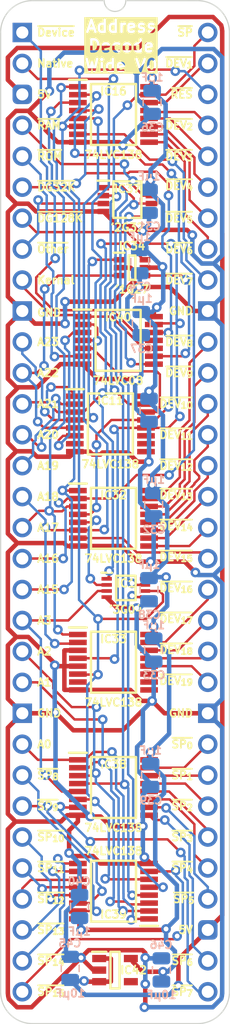
<source format=kicad_pcb>
(kicad_pcb (version 20240108) (generator "pcbnew") (generator_version "8.0")
  (title_block (title "MPU Address Decode Wide") (date "2024-02-15") (rev "V0"))
  (layers (0 "F.Cu" signal) (31 "B.Cu" signal) (34 "B.Paste" user) (35 "F.Paste" user) (36 "B.SilkS" user "B.Silkscreen") (37 "F.SilkS" user "F.Silkscreen") (38 "B.Mask" user) (39 "F.Mask" user) (44 "Edge.Cuts" user))
  (net 0 "")
  (net 9 "Net-(IC37B-2A)")
  (net 11 "/3.3V")
  (net 12 "GND")
  (net 13 "5V")
  (net 14 "~{Reset}")
  (net 15 "/Reset")
  (net 16 "A3")
  (net 17 "/~{A3}")
  (net 18 "Native Latch")
  (net 19 "/~{Native Latch}")
  (net 20 "A22")
  (net 21 "A19")
  (net 22 "~{Device Group 32K}")
  (net 23 "~{Device Group 128K}")
  (net 24 "A21")
  (net 25 "/Kernal Mode·Native Latch")
  (net 26 "A20")
  (net 27 "A23")
  (net 28 "/~{ROM}")
  (net 29 "/~{RAM}")
  (net 30 "~{Device _{CS}4}")
  (net 31 "A15")
  (net 32 "~{Device _{CS}1}")
  (net 33 "~{Device _{CS}3}")
  (net 34 "~{Device _{CS}6}")
  (net 35 "~{Device _{CS}7}")
  (net 36 "A17")
  (net 37 "~{Device _{CS}5}")
  (net 38 "~{Device _{CS}2}")
  (net 39 "A18")
  (net 40 "~{SPECIAL}")
  (net 41 "A16")
  (net 42 "~{Device _{CS}11}")
  (net 43 "~{Device _{CS}8}")
  (net 44 "~{Device _{CS}14}")
  (net 45 "~{Device _{CS}13}")
  (net 46 "~{Device _{CS}15}")
  (net 47 "~{Device _{CS}9}")
  (net 48 "~{Device _{CS}12}")
  (net 49 "~{Device _{CS}10}")
  (net 50 "~{Device _{CS}17}")
  (net 51 "~{Device _{CS}18}")
  (net 52 "~{Device _{CS}16}")
  (net 53 "~{Device _{CS}19}")
  (net 54 "/~{A21+A22+A23}")
  (net 55 "~{OTHER}")
  (net 56 "~{RAM_{CS}}")
  (net 57 "~{Special _{CS}5}")
  (net 58 "A0")
  (net 59 "~{Special _{CS}1}")
  (net 60 "A1")
  (net 61 "~{Special _{CS}3}")
  (net 62 "~{Special _{CS}6}")
  (net 63 "~{Special _{CS}0}")
  (net 64 "~{Special _{CS}7}")
  (net 65 "~{Special _{CS}2}")
  (net 66 "~{Special _{CS}4}")
  (net 67 "A2")
  (net 68 "~{Special _{CS}8}")
  (net 69 "~{Special _{CS}11}")
  (net 70 "~{Special _{CS}10}")
  (net 71 "~{Special _{CS}12}")
  (net 72 "~{Special _{CS}9}")
  (net 73 "~{Special _{CS}14}")
  (net 74 "~{Special _{CS}13}")
  (net 75 "~{Special _{CS}15}")
  (net 76 "~{ROM_{CS}}")
  (net 77 "Kernal Mode")
  (net 78 "~{Device}")
  (footprint "SamacSys_Parts:SOP65P210X110-6N" (layer "F.Cu") (at 9.017 19.304)
    (property "Reference" "IC34")
    (property "Value" "74LVC1G27GW,125" (hide yes))
  )
  (footprint "SamacSys_Parts:SOP50P310X90-8N" (layer "F.Cu") (at 8.509 45.593)
    (property "Reference" "IC1")
    (property "Value" "SN74LVC3G04DCUR" (hide yes))
  )
  (footprint "SamacSys_Parts:SOP65P640X110-16N" (layer "F.Cu") (at 7.239 32.131)
    (property "Reference" "IC11")
    (property "Value" "74LVC138APW-Q100J" (hide yes))
  )
  (footprint "SamacSys_Parts:SOP65P640X110-16N" (layer "F.Cu") (at 7.493 70.485 180)
    (property "Reference" "IC39")
    (property "Value" "74LVC138APW-Q100J" (hide yes))
  )
  (footprint "SamacSys_Parts:SOP65P640X110-16N" (layer "F.Cu") (at 7.493 61.976)
    (property "Reference" "IC38")
    (property "Value" "74LVC138APW-Q100J" (hide yes))
  )
  (footprint "SamacSys_Parts:DIP-64_Board_W15.24mm" (layer "F.Cu") (at 0 0)
    (property "Reference" "J2" (hide yes))
    (property "Value" "Conn_02x32_Counter_Clockwise")
    (fp_line (start -1.778 78.74) (end -1.778 0) (stroke (width 0.1)) (layer "Edge.Cuts"))
    (fp_line (start 6.727456 -2.6162) (end 0.832188 -2.613732) (stroke (width 0.1)) (layer "Edge.Cuts"))
    (fp_line (start 14.400723 -2.613733) (end 8.505456 -2.6162) (stroke (width 0.1)) (layer "Edge.Cuts"))
    (fp_line (start 14.404268 81.353732) (end 0.835733 81.353733) (stroke (width 0.1)) (layer "Edge.Cuts"))
    (fp_line (start 17.018 78.74) (end 17.017999 -0.000001) (stroke (width 0.1)) (layer "Edge.Cuts"))
    (fp_arc (start -1.781544 0) (mid -1.016 -1.848188) (end 0.832188 -2.613732) (stroke (width 0.1)) (layer "Edge.Cuts"))
    (fp_arc (start 0.835733 81.353733) (mid -1.012457 80.58819) (end -1.778 78.74) (stroke (width 0.1)) (layer "Edge.Cuts"))
    (fp_arc (start 8.505456 -2.6162) (mid 7.616456 -1.7272) (end 6.727456 -2.6162) (stroke (width 0.1)) (layer "Edge.Cuts"))
    (fp_arc (start 14.404267 -2.613733) (mid 16.25245 -1.848186) (end 17.017999 -0.000001) (stroke (width 0.1)) (layer "Edge.Cuts"))
    (fp_arc (start 17.018 78.74) (mid 16.252456 80.588187) (end 14.404268 81.353732) (stroke (width 0.1)) (layer "Edge.Cuts"))
  )
  (footprint "SamacSys_Parts:SOP65P640X110-16N" (layer "F.Cu") (at 7.493 6.731)
    (property "Reference" "IC16")
    (property "Value" "74LVC138APW-Q100J" (hide yes))
  )
  (footprint "SamacSys_Parts:SOP65P640X110-16N" (layer "F.Cu") (at 7.493 51.689)
    (property "Reference" "IC33")
    (property "Value" "74LVC138APW-Q100J" (hide yes))
  )
  (footprint "SamacSys_Parts:SOP65P640X110-14N" (layer "F.Cu") (at 7.874 25.273)
    (property "Reference" "IC40")
    (property "Value" "74LVC08APW,112" (hide yes))
  )
  (footprint "SamacSys_Parts:SOP65P400X110-8N" (layer "F.Cu") (at 8.636 13.716)
    (property "Reference" "IC37")
    (property "Value" "74LVC2G32DP,125" (hide yes))
  )
  (footprint "SamacSys_Parts:SOP65P640X110-16N" (layer "F.Cu") (at 7.493 39.878)
    (property "Reference" "IC32")
    (property "Value" "74LVC138APW-Q100J" (hide yes))
  )
  (footprint "SamacSys_Parts:SOT95P285X130-5N" (layer "F.Cu") (at 7.62 76.962)
    (property "Reference" "IC42")
    (property "Value" "AP7365-33WG-7" (hide yes))
  )
  (footprint "SamacSys_Parts:PinHeader_1x32_P2.54mm_Vertical" (layer "B.Cu") (at 15.24 0 180)
    (property "Reference" "J1" (hide yes))
    (property "Value" "Pin_Header_01x32")
  )
  (footprint "SamacSys_Parts:PinHeader_1x32_P2.54mm_Vertical" (layer "B.Cu") (at 0 0 180)
    (property "Reference" "J3" (hide yes))
    (property "Value" "Pin_Header_01x32")
  )
  (footprint "SamacSys_Parts:C_0805" (layer "B.Cu") (at 3.937 76.835 180)
    (property "Reference" "C45")
    (property "Value" "10μF")
  )
  (footprint "SamacSys_Parts:C_0805" (layer "B.Cu") (at 9.652 18.796)
    (property "Reference" "C34")
    (property "Value" "1μF")
  )
  (footprint "SamacSys_Parts:C_0805" (layer "B.Cu") (at 10.795 50.673)
    (property "Reference" "C33")
    (property "Value" "1μF")
  )
  (footprint "SamacSys_Parts:C_0805" (layer "B.Cu") (at 11.43 76.962 180)
    (property "Reference" "C46")
    (property "Value" "10μF")
  )
  (footprint "SamacSys_Parts:C_0805" (layer "B.Cu") (at 4.699 71.755 180)
    (property "Reference" "C40")
    (property "Value" "1μF")
  )
  (footprint "SamacSys_Parts:C_0805" (layer "B.Cu") (at 9.779 23.876)
    (property "Reference" "C37")
    (property "Value" "1μF")
  )
  (footprint "SamacSys_Parts:C_0805" (layer "B.Cu") (at 10.668 5.715)
    (property "Reference" "C36")
    (property "Value" "1μF")
  )
  (footprint "SamacSys_Parts:C_0805" (layer "B.Cu") (at 10.414 30.988)
    (property "Reference" "C35" (hide yes))
    (property "Value" "1μF" (hide yes))
  )
  (footprint "SamacSys_Parts:C_0805" (layer "B.Cu") (at 10.414 45.72)
    (property "Reference" "C38")
    (property "Value" "1μF")
  )
  (footprint "SamacSys_Parts:C_0805" (layer "B.Cu") (at 10.541 60.96)
    (property "Reference" "C39")
    (property "Value" "1μF")
  )
  (footprint "SamacSys_Parts:C_0805" (layer "B.Cu") (at 10.414 13.843)
    (property "Reference" "C31")
    (property "Value" "1μF")
  )
  (footprint "SamacSys_Parts:C_0805" (layer "B.Cu") (at 10.795 38.735)
    (property "Reference" "C32")
    (property "Value" "1μF")
  )
  (gr_text "A23" (at 1.143 25.4 0) (layer "F.SilkS") (effects (font (size 0.635 0.635)) (justify left)))
  (gr_text "A0" (at 1.143 58.42 0) (layer "F.SilkS") (effects (font (size 0.635 0.635)) (justify left)))
  (gr_text "~{SP_{7}}" (at 14.097 78.74 0) (layer "F.SilkS") (effects (font (size 0.635 0.635)) (justify right)))
  (gr_text "~{DEV_{10}}" (at 14.097 30.48 0) (layer "F.SilkS") (effects (font (size 0.635 0.635)) (justify right)))
  (gr_text "~{SP_{12}}" (at 1.143 71.12 0) (layer "F.SilkS") (effects (font (size 0.635 0.635)) (justify left)))
  (gr_text "~{RES}" (at 14.097 5.08 0) (layer "F.SilkS") (effects (font (size 0.635 0.635)) (justify right)))
  (gr_text "~{DEV_{4}}" (at 14.097 12.573 0) (layer "F.SilkS") (effects (font (size 0.635 0.635)) (justify right)))
  (gr_text "~{DEV_{1}}" (at 14.097 2.54 0) (layer "F.SilkS") (effects (font (size 0.635 0.635)) (justify right)))
  (gr_text "A21" (at 1.143 30.48 0) (layer "F.SilkS") (effects (font (size 0.635 0.635)) (justify left)))
  (gr_text "~{DEV_{6}}" (at 14.097 17.78 0) (layer "F.SilkS") (effects (font (size 0.635 0.635)) (justify right)))
  (gr_text "~{DEV_{19}}" (at 14.097 53.213 0) (layer "F.SilkS") (effects (font (size 0.635 0.635)) (justify right)))
  (gr_text "A1" (at 1.143 53.34 0) (layer "F.SilkS") (effects (font (size 0.635 0.635)) (justify left)))
  (gr_text "~{Other}" (at 1.143 17.78 0) (layer "F.SilkS") (effects (font (size 0.635 0.635)) (justify left)))
  (gr_text "A2" (at 1.143 50.8 0) (layer "F.SilkS") (effects (font (size 0.635 0.635)) (justify left)))
  (gr_text "A3" (at 1.143 48.26 0) (layer "F.SilkS") (effects (font (size 0.635 0.635)) (justify left)))
  (gr_text "GND" (at 14.097 22.86 0) (layer "F.SilkS") (effects (font (size 0.635 0.635)) (justify right)))
  (gr_text "Kernal" (at 1.143 20.32 0) (layer "F.SilkS") (effects (font (size 0.635 0.635)) (justify left)))
  (gr_text "~{SP_{2}}" (at 14.097 63.5 0) (layer "F.SilkS") (effects (font (size 0.635 0.635)) (justify right)))
  (gr_text "~{SP_{9}}" (at 1.143 63.5 0) (layer "F.SilkS") (effects (font (size 0.635 0.635)) (justify left)))
  (gr_text "~{DEV_{13}}" (at 14.097 37.973 0) (layer "F.SilkS") (effects (font (size 0.635 0.635)) (justify right)))
  (gr_text "~{DG128K}" (at 1.143 15.24 0) (layer "F.SilkS") (effects (font (size 0.635 0.635)) (justify left)))
  (gr_text "~{ROM}" (at 1.143 10.16 0) (layer "F.SilkS") (effects (font (size 0.635 0.635)) (justify left)))
  (gr_text "~{SP_{13}}" (at 1.143 73.66 0) (layer "F.SilkS") (effects (font (size 0.635 0.635)) (justify left)))
  (gr_text "GND" (at 14.097 55.88 0) (layer "F.SilkS") (effects (font (size 0.635 0.635)) (justify right)))
  (gr_text "~{SP_{6}}" (at 14.097 76.2 0) (layer "F.SilkS") (effects (font (size 0.635 0.635)) (justify right)))
  (gr_text "~{SP_{11}}" (at 1.143 68.58 0) (layer "F.SilkS") (effects (font (size 0.635 0.635)) (justify left)))
  (gr_text "~{DEV_{9}}" (at 14.097 27.94 0) (layer "F.SilkS") (effects (font (size 0.635 0.635)) (justify right)))
  (gr_text "~{DEV_{18}}" (at 14.097 50.673 0) (layer "F.SilkS") (effects (font (size 0.635 0.635)) (justify right)))
  (gr_text "~{SP_{15}}" (at 1.143 78.74 0) (layer "F.SilkS") (effects (font (size 0.635 0.635)) (justify left)))
  (gr_text "~{DEV_{5}}" (at 14.097 15.24 0) (layer "F.SilkS") (effects (font (size 0.635 0.635)) (justify right)))
  (gr_text "5V" (at 1.143 5.08 0) (layer "F.SilkS") (effects (font (size 0.635 0.635)) (justify left)))
  (gr_text "~{DEV_{3}}" (at 14.097 10.16 0) (layer "F.SilkS") (effects (font (size 0.635 0.635)) (justify right)))
  (gr_text "~{Device}" (at 1.143 0 0) (layer "F.SilkS") (effects (font (size 0.635 0.635)) (justify left)))
  (gr_text "A16" (at 1.143 43.18 0) (layer "F.SilkS") (effects (font (size 0.635 0.635)) (justify left)))
  (gr_text "A17" (at 1.143 40.64 0) (layer "F.SilkS") (effects (font (size 0.635 0.635)) (justify left)))
  (gr_text "Address\nDecode\nWide V0" (at 8.128 3.302 0) (layer "F.SilkS" knockout) (effects (font (size 1 1) (thickness 0.2) (bold yes)) (justify bottom)))
  (gr_text "~{SP}" (at 14.097 0 0) (layer "F.SilkS") (effects (font (size 0.635 0.635)) (justify right)))
  (gr_text "~{DG32K}" (at 1.143 12.7 0) (layer "F.SilkS") (effects (font (size 0.635 0.635)) (justify left)))
  (gr_text "~{DEV_{15}}" (at 14.097 43.053 0) (layer "F.SilkS") (effects (font (size 0.635 0.635)) (justify right)))
  (gr_text "~{DEV_{11}}" (at 14.097 33.02 0) (layer "F.SilkS") (effects (font (size 0.635 0.635)) (justify right)))
  (gr_text "~{DEV_{14}}" (at 14.097 40.513 0) (layer "F.SilkS") (effects (font (size 0.635 0.635)) (justify right)))
  (gr_text "~{DEV_{8}}" (at 14.097 25.4 0) (layer "F.SilkS") (effects (font (size 0.635 0.635)) (justify right)))
  (gr_text "A18" (at 1.143 38.1 0) (layer "F.SilkS") (effects (font (size 0.635 0.635)) (justify left)))
  (gr_text "~{DEV_{7}}" (at 14.097 20.32 0) (layer "F.SilkS") (effects (font (size 0.635 0.635)) (justify right)))
  (gr_text "~{SP_{1}}" (at 14.097 60.96 0) (layer "F.SilkS") (effects (font (size 0.635 0.635)) (justify right)))
  (gr_text "GND" (at 1.143 55.88 0) (layer "F.SilkS") (effects (font (size 0.635 0.635)) (justify left)))
  (gr_text "~{SP_{8}}" (at 1.143 60.96 0) (layer "F.SilkS") (effects (font (size 0.635 0.635)) (justify left)))
  (gr_text "~{RAM}" (at 1.143 7.62 0) (layer "F.SilkS") (effects (font (size 0.635 0.635)) (justify left)))
  (gr_text "~{SP_{5}}" (at 14.224 71.12 0) (layer "F.SilkS") (effects (font (size 0.635 0.635)) (justify right)))
  (gr_text "A19" (at 1.143 35.56 0) (layer "F.SilkS") (effects (font (size 0.635 0.635)) (justify left)))
  (gr_text "~{SP_{0}}" (at 14.097 58.42 0) (layer "F.SilkS") (effects (font (size 0.635 0.635)) (justify right)))
  (gr_text "A20" (at 1.143 33.02 0) (layer "F.SilkS") (effects (font (size 0.635 0.635)) (justify left)))
  (gr_text "GND" (at 1.143 22.987 0) (layer "F.SilkS") (effects (font (size 0.635 0.635)) (justify left)))
  (gr_text "~{SP_{4}}" (at 14.097 68.58 0) (layer "F.SilkS") (effects (font (size 0.635 0.635)) (justify right)))
  (gr_text "5V" (at 14.097 73.66 0) (layer "F.SilkS") (effects (font (size 0.635 0.635)) (justify right)))
  (gr_text "Native" (at 1.143 2.54 0) (layer "F.SilkS") (effects (font (size 0.635 0.635)) (justify left)))
  (gr_text "~{DEV_{16}}" (at 14.097 45.593 0) (layer "F.SilkS") (effects (font (size 0.635 0.635)) (justify right)))
  (gr_text "~{DEV_{2}}" (at 14.097 7.62 0) (layer "F.SilkS") (effects (font (size 0.635 0.635)) (justify right)))
  (gr_text "A22" (at 1.143 27.94 0) (layer "F.SilkS") (effects (font (size 0.635 0.635)) (justify left)))
  (gr_text "~{SP_{10}}" (at 1.143 66.04 0) (layer "F.SilkS") (effects (font (size 0.635 0.635)) (justify left)))
  (gr_text "A15" (at 1.143 45.72 0) (layer "F.SilkS") (effects (font (size 0.635 0.635)) (justify left)))
  (gr_text "~{DEV_{12}}" (at 14.097 35.56 0) (layer "F.SilkS") (effects (font (size 0.635 0.635)) (justify right)))
  (gr_text "~{SP_{3}}" (at 14.097 66.04 0) (layer "F.SilkS") (effects (font (size 0.635 0.635)) (justify right)))
  (gr_text "~{DEV_{17}}" (at 14.097 48.133 0) (layer "F.SilkS") (effects (font (size 0.635 0.635)) (justify right)))
  (gr_text "~{SP_{14}}" (at 1.143 76.2 0) (layer "F.SilkS") (effects (font (size 0.635 0.635)) (justify left)))
  (segment (start 9.046 27.223) (end 8.936 27.113) (width 0.2) (layer "F.Cu") (net 9))
  (segment (start 10.812 27.223) (end 9.046 27.223) (width 0.2) (layer "F.Cu") (net 9))
  (segment (start 10.186208 15.115792) (end 8.765794 15.115792) (width 0.2) (layer "F.Cu") (net 9))
  (segment (start 10.57 14.732) (end 10.186208 15.115792) (width 0.2) (layer "F.Cu") (net 9))
  (via (at 8.765794 15.115792) (size 0.8) (drill 0.4) (layers "F.Cu" "B.Cu") (net 9))
  (via (at 8.936 27.113) (size 0.8) (drill 0.4) (layers "F.Cu" "B.Cu") (net 9))
  (segment (start 8.509 24.384) (end 8.023999 23.898999) (width 0.2) (layer "B.Cu") (net 9))
  (segment (start 8.023999 23.898999) (end 8.023999 21.389107) (width 0.2) (layer "B.Cu") (net 9))
  (segment (start 8.936 27.113) (end 8.509 26.686) (width 0.2) (layer "B.Cu") (net 9))
  (segment (start 8.461 15.420586) (end 8.765794 15.115792) (width 0.2) (layer "B.Cu") (net 9))
  (segment (start 8.461 20.952106) (end 8.461 15.420586) (width 0.2) (layer "B.Cu") (net 9))
  (segment (start 8.509 26.686) (end 8.509 24.384) (width 0.2) (layer "B.Cu") (net 9))
  (segment (start 8.023999 21.389107) (end 8.461 20.952106) (width 0.2) (layer "B.Cu") (net 9))
  (segment (start 10.668 4.198) (end 10.668 3.748) (width 0.37) (layer "F.Cu") (net 11))
  (segment (start 10.611 12.2) (end 10.541 12.13) (width 0.37) (layer "F.Cu") (net 11))
  (segment (start 4.695 73.529) (end 4.826 73.66) (width 0.37) (layer "F.Cu") (net 11))
  (segment (start 9.083 76.012) (end 9.083 76.287658) (width 0.37) (layer "F.Cu") (net 11))
  (segment (start 10.414 4.452) (end 10.668 4.198) (width 0.37) (layer "F.Cu") (net 11))
  (segment (start 10.188 44.704) (end 11.810996 44.704) (width 0.37) (layer "F.Cu") (net 11))
  (segment (start 9.890842 77.0955) (end 11.557 77.0955) (width 0.37) (layer "F.Cu") (net 11))
  (segment (start 4.695 72.76) (end 4.695 73.529) (width 0.37) (layer "F.Cu") (net 11))
  (segment (start 11.735502 73.66) (end 11.811 73.584502) (width 0.37) (layer "F.Cu") (net 11))
  (segment (start 10.812 22.798) (end 11.049 22.561) (width 0.37) (layer "F.Cu") (net 11))
  (segment (start 4.826 73.66) (end 11.735502 73.66) (width 0.37) (layer "F.Cu") (net 11))
  (segment (start 10.795 49.164) (end 10.795 48.768) (width 0.37) (layer "F.Cu") (net 11))
  (segment (start 10.545 49.414) (end 10.795 49.164) (width 0.37) (layer "F.Cu") (net 11))
  (segment (start 10.418 59.208546) (end 10.541002 59.085544) (width 0.37) (layer "F.Cu") (net 11))
  (segment (start 10.418 59.701) (end 10.418 59.208546) (width 0.37) (layer "F.Cu") (net 11))
  (segment (start 10.287 29.852) (end 10.287 29.591) (width 0.37) (layer "F.Cu") (net 11))
  (segment (start 10.084 44.808) (end 10.188 44.704) (width 0.37) (layer "F.Cu") (net 11))
  (segment (start 10.611 12.741) (end 10.611 12.2) (width 0.37) (layer "F.Cu") (net 11))
  (segment (start 9.083 76.287658) (end 9.890842 77.0955) (width 0.37) (layer "F.Cu") (net 11))
  (segment (start 10.079 19.304) (end 11.451836 19.304) (width 0.37) (layer "F.Cu") (net 11))
  (segment (start 11.451836 19.304) (end 11.519656 19.23618) (width 0.37) (layer "F.Cu") (net 11))
  (segment (start 10.287 29.591) (end 10.414 29.464) (width 0.37) (layer "F.Cu") (net 11))
  (segment (start 10.541 37.599) (end 10.668 37.472) (width 0.37) (layer "F.Cu") (net 11))
  (segment (start 10.668 37.472) (end 10.668 37.149) (width 0.37) (layer "F.Cu") (net 11))
  (segment (start 10.812 23.323) (end 10.812 22.798) (width 0.37) (layer "F.Cu") (net 11))
  (via (at 10.541 12.13) (size 0.8) (drill 0.4) (layers "F.Cu" "B.Cu") (net 11))
  (via (at 11.557 77.0955) (size 0.8) (drill 0.4) (layers "F.Cu" "B.Cu") (net 11))
  (via (at 10.668 3.748) (size 0.8) (drill 0.4) (layers "F.Cu" "B.Cu") (net 11))
  (via (at 10.414 29.464) (size 0.8) (drill 0.4) (layers "F.Cu" "B.Cu") (net 11))
  (via (at 11.049 22.561) (size 0.8) (drill 0.4) (layers "F.Cu" "B.Cu") (net 11))
  (via (at 10.541002 59.085544) (size 0.8) (drill 0.4) (layers "F.Cu" "B.Cu") (net 11))
  (via (at 11.810996 44.704) (size 0.8) (drill 0.4) (layers "F.Cu" "B.Cu") (net 11))
  (via (at 11.519656 19.23618) (size 0.8) (drill 0.4) (layers "F.Cu" "B.Cu") (net 11))
  (via (at 10.795 48.768) (size 0.8) (drill 0.4) (layers "F.Cu" "B.Cu") (net 11))
  (via (at 4.826 73.66) (size 0.8) (drill 0.4) (layers "F.Cu" "B.Cu") (net 11))
  (via (at 10.668 37.149) (size 0.8) (drill 0.4) (layers "F.Cu" "B.Cu") (net 11))
  (via (at 11.811 73.584502) (size 0.8) (drill 0.4) (layers "F.Cu" "B.Cu") (net 11))
  (segment (start 12.704 72.691502) (end 12.704 69.982584) (width 0.37) (layer "B.Cu") (net 11))
  (segment (start 10.414 44.786) (end 11.905 43.295) (width 0.37) (layer "B.Cu") (net 11))
  (segment (start 10.586 44.704) (end 11.810996 44.704) (width 0.37) (layer "B.Cu") (net 11))
  (segment (start 11.557 77.0955) (end 11.953526 77.0955) (width 0.37) (layer "B.Cu") (net 11))
  (segment (start 10.063476 17.78) (end 11.519656 19.23618) (width 0.37) (layer "B.Cu") (net 11))
  (segment (start 10.922 28.956) (end 10.414 29.464) (width 0.37) (layer "B.Cu") (net 11))
  (segment (start 11.579999 22.030001) (end 11.049 22.561) (width 0.37) (layer "B.Cu") (net 11))
  (segment (start 10.541 59.085546) (end 10.541002 59.085544) (width 0.37) (layer "B.Cu") (net 11))
  (segment (start 11.651 62.445954) (end 11.651 61.136) (width 0.37) (layer "B.Cu") (net 11))
  (segment (start 11.651 61.136) (end 10.541 60.026) (width 0.37) (layer "B.Cu") (net 11))
  (segment (start 10.414 30.291319) (end 11.557 31.434319) (width 0.37) (layer "B.Cu") (net 11))
  (segment (start 9.779 22.942) (end 10.922 24.085) (width 0.37) (layer "B.Cu") (net 11))
  (segment (start 11.905 47.072026) (end 11.905 44.798004) (width 0.37) (layer "B.Cu") (net 11))
  (segment (start 9.652 17.862) (end 11.557 15.957) (width 0.37) (layer "B.Cu") (net 11))
  (segment (start 10.795 48.768) (end 10.795 48.182026) (width 0.37) (layer "B.Cu") (net 11))
  (segment (start 11.905 44.798004) (end 11.810996 44.704) (width 0.37) (layer "B.Cu") (net 11))
  (segment (start 11.811 73.584502) (end 12.704 72.691502) (width 0.37) (layer "B.Cu") (net 11))
  (segment (start 11.557 15.957) (end 11.557 14.138) (width 0.37) (layer "B.Cu") (net 11))
  (segment (start 12.704 69.982584) (end 10.922 68.200584) (width 0.37) (layer "B.Cu") (net 11))
  (segment (start 11.519656 19.23618) (end 11.579999 19.296523) (width 0.37) (layer "B.Cu") (net 11))
  (segment (start 12.54 76.509026) (end 12.54 75.405) (width 0.37) (layer "B.Cu") (net 11))
  (segment (start 11.557 31.434319) (end 11.557 35.433) (width 0.37) (layer "B.Cu") (net 11))
  (segment (start 10.287 12.782) (end 10.287 12.384) (width 0.37) (layer "B.Cu") (net 11))
  (segment (start 10.922 68.200584) (end 10.922 63.174954) (width 0.37) (layer "B.Cu") (net 11))
  (segment (start 12.54 75.405) (end 11.811 74.676) (width 0.37) (layer "B.Cu") (net 11))
  (segment (start 11.905 38.911) (end 10.795 37.801) (width 0.37) (layer "B.Cu") (net 11))
  (segment (start 11.778 10.021751) (end 10.541 11.258751) (width 0.37) (layer "B.Cu") (net 11))
  (segment (start 4.826 72.816) (end 4.826 73.66) (width 0.37) (layer "B.Cu") (net 11))
  (segment (start 10.541 60.026) (end 10.541 59.085546) (width 0.37) (layer "B.Cu") (net 11))
  (segment (start 11.811 74.676) (end 11.811 73.584502) (width 0.37) (layer "B.Cu") (net 11))
  (segment (start 10.922 24.085) (end 10.922 28.956) (width 0.37) (layer "B.Cu") (net 11))
  (segment (start 10.541 11.258751) (end 10.541 12.13) (width 0.37) (layer "B.Cu") (net 11))
  (segment (start 10.795 49.739) (end 12.065 51.009) (width 0.37) (layer "B.Cu") (net 11))
  (segment (start 11.557 35.433) (end 10.668 36.322) (width 0.37) (layer "B.Cu") (net 11))
  (segment (start 11.557 14.138) (end 10.414 12.995) (width 0.37) (layer "B.Cu") (net 11))
  (segment (start 10.795 37.276) (end 10.668 37.149) (width 0.37) (layer "B.Cu") (net 11))
  (segment (start 9.779 22.942) (end 10.668 22.942) (width 0.37) (layer "B.Cu") (net 11))
  (segment (start 12.065 57.561546) (end 10.541002 59.085544) (width 0.37) (layer "B.Cu") (net 11))
  (segment (start 11.778 5.891) (end 11.778 10.021751) (width 0.37) (layer "B.Cu") (net 11))
  (segment (start 10.668 22.942) (end 11.049 22.561) (width 0.37) (layer "B.Cu") (net 11))
  (segment (start 10.922 63.174954) (end 11.651 62.445954) (width 0.37) (layer "B.Cu") (net 11))
  (segment (start 10.668 4.781) (end 10.668 3.748) (width 0.37) (layer "B.Cu") (net 11))
  (segment (start 10.795 48.768) (end 10.795 49.739) (width 0.37) (layer "B.Cu") (net 11))
  (segment (start 10.668 36.322) (end 10.668 37.149) (width 0.37) (layer "B.Cu") (net 11))
  (segment (start 10.668 4.781) (end 11.778 5.891) (width 0.37) (layer "B.Cu") (net 11))
  (segment (start 10.287 12.384) (end 10.541 12.13) (width 0.37) (layer "B.Cu") (net 11))
  (segment (start 10.414 30.054) (end 10.414 29.464) (width 0.37) (layer "B.Cu") (net 11))
  (segment (start 10.795 48.182026) (end 11.905 47.072026) (width 0.37) (layer "B.Cu") (net 11))
  (segment (start 10.795 37.801) (end 10.795 37.276) (width 0.37) (layer "B.Cu") (net 11))
  (segment (start 11.557 77.0955) (end 11.557 77.769) (width 0.37) (layer "B.Cu") (net 11))
  (segment (start 11.953526 77.0955) (end 12.54 76.509026) (width 0.37) (layer "B.Cu") (net 11))
  (segment (start 11.905 43.295) (end 11.905 38.911) (width 0.37) (layer "B.Cu") (net 11))
  (segment (start 12.065 51.009) (end 12.065 57.561546) (width 0.37) (layer "B.Cu") (net 11))
  (segment (start 11.579999 19.296523) (end 11.579999 22.030001) (width 0.37) (layer "B.Cu") (net 11))
  (segment (start -1.097742 79.342487) (end -0.430229 80.01) (width 0.37) (layer "F.Cu") (net 12))
  (segment (start -0.516 6.435) (end -1.185 7.104) (width 0.37) (layer "F.Cu") (net 12))
  (segment (start 9.144 20.447) (end 9.588498 20.891498) (width 0.37) (layer "F.Cu") (net 12))
  (segment (start -0.320844 29.125) (end 1.228 29.125) (width 0.37) (layer "F.Cu") (net 12))
  (segment (start -0.490844 34.375) (end 0.75862 34.375) (width 0.37) (layer "F.Cu") (net 12))
  (segment (start 0 22.86) (end 1.038 23.898) (width 0.37) (layer "F.Cu") (net 12))
  (segment (start 2.738 52.014) (end 4.568 52.014) (width 0.37) (layer "F.Cu") (net 12))
  (segment (start 4.695 42.153) (end 8.193106 42.153) (width 0.37) (layer "F.Cu") (net 12))
  (segment (start 5.477465 64.251) (end 4.568 64.251) (width 0.37) (layer "F.Cu") (net 12))
  (segment (start -0.490844 29.125) (end -1.185 28.430844) (width 0.37) (layer "F.Cu") (net 12))
  (segment (start 7.493 22.098) (end 3.513 22.098) (width 0.37) (layer "F.Cu") (net 12))
  (segment (start 4.568 50.714) (end 3.473 50.714) (width 0.37) (layer "F.Cu") (net 12))
  (segment (start 4.568 64.774) (end 4.568 64.251) (width 0.37) (layer "F.Cu") (net 12))
  (segment (start -1.185 33.680844) (end -1.185 29.989156) (width 0.37) (layer "F.Cu") (net 12))
  (segment (start 4.568 64.251) (end 3.694 64.251) (width 0.37) (layer "F.Cu") (net 12))
  (segment (start 7.870792 15.900792) (end 9.090952 15.900792) (width 0.37) (layer "F.Cu") (net 12))
  (segment (start 0.75862 34.375) (end 1.204524 34.820904) (width 0.37) (layer "F.Cu") (net 12))
  (segment (start 5.579594 64.353129) (end 5.477465 64.251) (width 0.37) (layer "F.Cu") (net 12))
  (segment (start 5.805 67.6) (end 4.094414 67.6) (width 0.37) (layer "F.Cu") (net 12))
  (segment (start 5.579594 64.353129) (end 6.441129 64.353129) (width 0.37) (layer "F.Cu") (net 12))
  (segment (start 0.490844 49.615) (end -0.490844 49.615) (width 0.37) (layer "F.Cu") (net 12))
  (segment (start 9.779 54.864) (end 8.879 53.964) (width 0.37) (layer "F.Cu") (net 12))
  (segment (start 6.441129 64.353129) (end 7.239 65.151) (width 0.37) (layer "F.Cu") (net 12))
  (segment (start -1.186253 57.066253) (end -1.186253 64.135) (width 0.37) (layer "F.Cu") (net 12))
  (segment (start 0.490844 14.055) (end 1.126844 14.691) (width 0.37) (layer "F.Cu") (net 12))
  (segment (start 9.9795 16.203737) (end 13.536733 16.203737) (width 0.37) (layer "F.Cu") (net 12))
  (segment (start 10.1055 75.5525) (end 10.1055 75.945994) (width 0.37) (layer "F.Cu") (net 12))
  (segment (start -1.185 54.695) (end 0 55.88) (width 0.37) (layer "F.Cu") (net 12))
  (segment (start 1.204524 34.820904) (end 3.899096 34.820904) (width 0.37) (layer "F.Cu") (net 12))
  (segment (start 8.696805 34.477805) (end 6.58566 34.477805) (width 0.37) (layer "F.Cu") (net 12))
  (segment (start 0 22.86) (end -1.185 21.675) (width 0.37) (layer "F.Cu") (net 12))
  (segment (start 10.668 54.864) (end 9.779 54.864) (width 0.37) (layer "F.Cu") (net 12))
  (segment (start 3.473 53.964) (end 3.458 53.949) (width 0.37) (layer "F.Cu") (net 12))
  (segment (start -1.185 41.130844) (end -1.185 35.069156) (width 0.37) (layer "F.Cu") (net 12))
  (segment (start 3.13 27.223) (end 4.936 27.223) (width 0.37) (layer "F.Cu") (net 12))
  (segment (start 9.88 75.327) (end 10.1055 75.5525) (width 0.37) (layer "F.Cu") (net 12))
  (segment (start -1.185 42.689156) (end -0.405844 41.91) (width 0.37) (layer "F.Cu") (net 12))
  (segment (start 2.666994 55.88) (end 2.730499 55.816495) (width 0.37) (layer "F.Cu") (net 12))
  (segment (start 3.473 50.714) (end 3.458 50.729) (width 0.37) (layer "F.Cu") (net 12))
  (segment (start 10.540992 43.434) (end 13.335 43.434) (width 0.37) (layer "F.Cu") (net 12))
  (segment (start 10.418 68.076004) (end 10.033 67.691004) (width 0.37) (layer "F.Cu") (net 12))
  (segment (start -0.490844 14.055) (end 0.490844 14.055) (width 0.37) (layer "F.Cu") (net 12))
  (segment (start -1.156266 79.105046) (end -1.097742 79.342487) (width 0.37) (layer "F.Cu") (net 12))
  (segment (start 5.44499 75.327) (end 9.88 75.327) (width 0.37) (layer "F.Cu") (net 12))
  (segment (start 15.24 22.86) (end 14.07 22.86) (width 0.37) (layer "F.Cu") (net 12))
  (segment (start -1.185 50.309156) (end -1.185 54.695) (width 0.37) (layer "F.Cu") (net 12))
  (segment (start 6.32 76.962) (end 5.84199 76.962) (width 0.37) (layer "F.Cu") (net 12))
  (segment (start 0.490844 6.435) (end 0.555158 6.435) (width 0.37) (layer "F.Cu") (net 12))
  (segment (start 0 55.88) (end 2.666994 55.88) (width 0.37) (layer "F.Cu") (net 12))
  (segment (start -0.490844 34.375) (end -1.185 33.680844) (width 0.37) (layer "F.Cu") (net 12))
  (segment (start 8.8905 19.304) (end 9.144 19.5575) (width 0.37) (layer "F.Cu") (net 12))
  (segment (start 9.474106 43.434) (end 10.540992 43.434) (width 0.37) (layer "F.Cu") (net 12))
  (segment (start 13.536733 16.203737) (end 13.969996 16.637) (width 0.37) (layer "F.Cu") (net 12))
  (segment (start -0.490844 49.615) (end -1.185 48.920844) (width 0.37) (layer "F.Cu") (net 12))
  (segment (start 9.144 20.447) (end 7.493 22.098) (width 0.37) (layer "F.Cu") (net 12))
  (segment (start -1.185 29.989156) (end -0.320844 29.125) (width 0.37) (layer "F.Cu") (net 12))
  (segment (start 2.667 51.943) (end 2.667 51.791156) (width 0.37) (layer "F.Cu") (net 12))
  (segment (start 1.228 29.125) (end 3.13 27.223) (width 0.37) (layer "F.Cu") (net 12))
  (segment (start -1.185 28.430844) (end -1.185 24.045) (width 0.37) (layer "F.Cu") (net 12))
  (segment (start 2.667 51.791156) (end 0.490844 49.615) (width 0.37) (layer "F.Cu") (net 12))
  (segment (start 7.955 19.304) (end 8.8905 19.304) (width 0.37) (layer "F.Cu") (net 12))
  (segment (start -0.430229 80.01) (end 0.76199 80.01) (width 0.37) (layer "F.Cu") (net 12))
  (segment (start -0.490844 49.615) (end -1.185 50.309156) (width 0.37) (layer "F.Cu") (net 12))
  (segment (start 11.684 55.88) (end 15.24 55.88) (width 0.37) (layer "F.Cu") (net 12))
  (segment (start 9.45 35.231) (end 8.696805 34.477805) (width 0.37) (layer "F.Cu") (net 12))
  (segment (start 4.568 9.006) (end 7.978978 9.006) (width 0.37) (layer "F.Cu") (net 12))
  (segment (start 6.421361 34.642104) (end 5.771045 34.642104) (width 0.37) (layer "F.Cu") (net 12))
  (segment (start -1.186253 65.405) (end -1.186253 78.858079) (width 0.37) (layer "F.Cu") (net 12))
  (segment (start 3.846493 67.352079) (end 3.846493 65.495507) (width 0.37) (layer "F.Cu") (net 12))
  (segment (start 10.1055 78.105) (end 10.1055 79.9375) (width 0.37) (layer "F.Cu") (net 12))
  (segment (start 0.490844 6.435) (end -0.516 6.435) (width 0.37) (layer "F.Cu") (net 12))
  (segment (start 1.905 8.001) (end 1.905 7.849156) (width 0.37) (layer "F.Cu") (net 12))
  (segment (start -0.551253 64.77) (end -1.186253 65.405) (width 0.37) (layer "F.Cu") (net 12))
  (segment (start 7.8 47.244) (end 9.398 47.244) (width 0.37) (layer "F.Cu") (net 12))
  (segment (start 0.555158 6.435) (end 2.185345 4.804813) (width 0.37) (layer "F.Cu") (net 12))
  (segment (start -0.320844 29.125) (end -0.490844 29.125) (width 0.37) (layer "F.Cu") (net 12))
  (segment (start 8.255 57.277) (end 4.191004 57.277) (width 0.37) (layer "F.Cu") (net 12))
  (segment (start 0.76199 80.01) (end 4.82599 75.946) (width 0.37) (layer "F.Cu") (net 12))
  (segment (start 14.07 22.86) (end 12.101504 20.891504) (width 0.37) (layer "F.Cu") (net 12))
  (segment (start 3.429 41.91) (end 3.672 42.153) (width 0.37) (layer "F.Cu") (net 12))
  (segment (start 6.934 46.378) (end 7.8 47.244) (width 0.37) (layer "F.Cu") (net 12))
  (segment (start 1.038 23.898) (end 3.513 23.898) (width 0.37) (layer "F.Cu") (net 12))
  (segment (start 9.206719 28.448) (end 9.336112 28.577393) (width 0.37) (layer "F.Cu") (net 12))
  (segment (start 8.193106 42.153) (end 9.474106 43.434) (width 0.37) (layer "F.Cu") (net 12))
  (segment (start 3.458 50.729) (end 3.458 51.999) (width 0.37) (layer "F.Cu") (net 12))
  (segment (start 9.588498 20.891498) (end 9.588498 20.891504) (width 0.37) (layer "F.Cu") (net 12))
  (segment (start 3.473 52.014) (end 4.568 52.014) (width 0.37) (layer "F.Cu") (net 12))
  (segment (start -0.551253 64.77) (end -1.186253 64.135) (width 0.37) (layer "F.Cu") (net 12))
  (segment (start 10.668 54.864) (end 8.255 57.277) (width 0.37) (layer "F.Cu") (net 12))
  (segment (start 3.672 42.153) (end 4.568 42.153) (width 0.37) (layer "F.Cu") (net 12))
  (segment (start -1.185 7.104) (end -1.185 13.360844) (width 0.37) (layer "F.Cu") (net 12))
  (segment (start -1.185 13.360844) (end -0.490844 14.055) (width 0.37) (layer "F.Cu") (net 12))
  (segment (start 3.899096 34.820904) (end 4.314 34.406) (width 0.37) (layer "F.Cu") (net 12))
  (segment (start 12.101504 20.891504) (end 9.588498 20.891504) (width 0.37) (layer "F.Cu") (net 12))
  (segment (start 0 55.88) (end -1.186253 57.066253) (width 0.37) (layer "F.Cu") (net 12))
  (segment (start 4.568 9.006) (end 2.91 9.006) (width 0.37) (layer "F.Cu") (net 12))
  (segment (start -1.185 35.069156) (end -0.490844 34.375) (width 0.37) (layer "F.Cu") (net 12))
  (segment (start -1.185 14.749156) (end -0.490844 14.055) (width 0.37) (layer "F.Cu") (net 12))
  (segment (start -1.186253 78.858079) (end -1.156266 79.105046) (width 0.37) (layer "F.Cu") (net 12))
  (segment (start 7.978978 9.006) (end 8.274489 9.301511) (width 0.37) (layer "F.Cu") (net 12))
  (segment (start 10.418 68.21) (end 10.418 68.076004) (width 0.37) (layer "F.Cu") (net 12))
  (segment (start -1.185 21.675) (end -1.185 14.749156) (width 0.37) (layer "F.Cu") (net 12))
  (segment (start 1.905 7.849156) (end 0.490844 6.435) (width 0.37) (layer "F.Cu") (net 12))
  (segment (start 4.191004 57.277) (end 2.730499 55.816495) (width 0.37) (layer "F.Cu") (net 12))
  (segment (start 8.879 53.964) (end 4.695 53.964) (width 0.37) (layer "F.Cu") (net 12))
  (segment (start 2.91 9.006) (end 1.905 8.001) (width 0.37) (layer "F.Cu") (net 12))
  (segment (start 6.415 68.21) (end 5.805 67.6) (width 0.37) (layer "F.Cu") (net 12))
  (segment (start 9.144 19.5575) (end 9.144 20.447) (width 0.37) (layer "F.Cu") (net 12))
  (segment (start 1.126844 14.691) (end 6.661 14.691) (width 0.37) (layer "F.Cu") (net 12))
  (segment (start 5.84199 76.962) (end 4.82599 75.946) (width 0.37) (layer "F.Cu") (net 12))
  (segment (start -1.185 24.045) (end 0 22.86) (width 0.37) (layer "F.Cu") (net 12))
  (segment (start -0.405844 41.91) (end -1.185 41.130844) (width 0.37) (layer "F.Cu") (net 12))
  (segment (start 3.458 51.999) (end 3.473 52.014) (width 0.37) (layer "F.Cu") (net 12))
  (segment (start 13.335 43.434) (end 14.224 44.323) (width 0.37) (layer "F.Cu") (net 12))
  (segment (start 4.936 27.223) (end 6.161 28.448) (width 0.37) (layer "F.Cu") (net 12))
  (segment (start 4.82599 75.946) (end 5.44499 75.327) (width 0.37) (layer "F.Cu") (net 12))
  (segment (start 9.090952 15.900792) (end 9.478897 16.288737) (width 0.37) (layer "F.Cu") (net 12))
  (segment (start 7.239 65.151) (end 9.906 65.151) (width 0.37) (layer "F.Cu") (net 12))
  (segment (start 6.161 28.448) (end 9.206719 28.448) (width 0.37) (layer "F.Cu") (net 12))
  (segment (start 5.771045 34.642104) (end 5.534941 34.406) (width 0.37) (layer "F.Cu") (net 12))
  (segment (start 6.58566 34.477805) (end 6.421361 34.642104) (width 0.37) (layer "F.Cu") (net 12))
  (segment (start 3.458 53.949) (end 3.458 52.029) (width 0.37) (layer "F.Cu") (net 12))
  (segment (start 10.394842 35.231) (end 9.45 35.231) (width 0.37) (layer "F.Cu") (net 12))
  (segment (start 4.094414 67.6) (end 3.846493 67.352079) (width 0.37) (layer "F.Cu") (net 12))
  (segment (start 10.1055 79.9375) (end 10.033 80.01) (width 0.37) (layer "F.Cu") (net 12))
  (segment (start 2.667 51.943) (end 2.738 52.014) (width 0.37) (layer "F.Cu") (net 12))
  (segment (start 5.534941 34.406) (end 4.441 34.406) (width 0.37) (layer "F.Cu") (net 12))
  (segment (start 9.478897 16.288737) (end 9.8945 16.288737) (width 0.37) (layer "F.Cu") (net 12))
  (segment (start 3.175 64.77) (end -0.551253 64.77) (width 0.37) (layer "F.Cu") (net 12))
  (segment (start 3.694 64.251) (end 3.175 64.77) (width 0.37) (layer "F.Cu") (net 12))
  (segment (start 4.568 53.964) (end 3.473 53.964) (width 0.37) (layer "F.Cu") (net 12))
  (segment (start 3.846493 65.495507) (end 4.568 64.774) (width 0.37) (layer "F.Cu") (net 12))
  (segment (start 9.8945 16.288737) (end 9.9795 16.203737) (width 0.37) (layer "F.Cu") (net 12))
  (segment (start 2.185345 4.804813) (end 2.224 4.804813) (width 0.37) (layer "F.Cu") (net 12))
  (segment (start 3.458 52.029) (end 3.473 52.014) (width 0.37) (layer "F.Cu") (net 12))
  (segment (start 10.545 68.21) (end 6.415 68.21) (width 0.37) (layer "F.Cu") (net 12))
  (segment (start -0.405844 41.91) (end 3.429 41.91) (width 0.37) (layer "F.Cu") (net 12))
  (segment (start -1.185 48.920844) (end -1.185 42.689156) (width 0.37) (layer "F.Cu") (net 12))
  (segment (start 10.668 54.864) (end 11.684 55.88) (width 0.37) (layer "F.Cu") (net 12))
  (segment (start 6.661 14.691) (end 7.870792 15.900792) (width 0.37) (layer "F.Cu") (net 12))
  (via (at 10.033 67.691004) (size 0.8) (drill 0.4) (layers "F.Cu" "B.Cu") (net 12))
  (via (at 13.969996 16.637) (size 0.8) (drill 0.4) (layers "F.Cu" "B.Cu") (net 12))
  (via (at 2.730499 55.816495) (size 0.8) (drill 0.4) (layers "F.Cu" "B.Cu") (net 12))
  (via (at 2.667 51.943) (size 0.8) (drill 0.4) (layers "F.Cu" "B.Cu") (net 12))
  (via (at 3.513 23.898) (size 0.8) (drill 0.4) (layers "F.Cu" "B.Cu") (net 12))
  (via (at 4.82599 75.946) (size 0.8) (drill 0.4) (layers "F.Cu" "B.Cu") (net 12))
  (via (at 10.1055 78.105) (size 0.8) (drill 0.4) (layers "F.Cu" "B.Cu") (net 12))
  (via (at 10.540992 43.434) (size 0.8) (drill 0.4) (layers "F.Cu" "B.Cu") (net 12))
  (via (at 10.1055 75.945994) (size 0.8) (drill 0.4) (layers "F.Cu" "B.Cu") (net 12))
  (via (at 5.579594 64.353129) (size 0.8) (drill 0.4) (layers "F.Cu" "B.Cu") (net 12))
  (via (at 9.336112 28.577393) (size 0.8) (drill 0.4) (layers "F.Cu" "B.Cu") (net 12))
  (via (at 9.588498 20.891504) (size 0.8) (drill 0.4) (layers "F.Cu" "B.Cu") (net 12))
  (via (at 3.513 22.098) (size 0.8) (drill 0.4) (layers "F.Cu" "B.Cu") (net 12))
  (via (at 9.8945 16.288737) (size 0.8) (drill 0.4) (layers "F.Cu" "B.Cu") (net 12))
  (via (at 14.224 44.323) (size 0.8) (drill 0.4) (layers "F.Cu" "B.Cu") (net 12))
  (via (at 9.906 65.151) (size 0.8) (drill 0.4) (layers "F.Cu" "B.Cu") (net 12))
  (via (at 10.394842 35.231) (size 0.8) (drill 0.4) (layers "F.Cu" "B.Cu") (net 12))
  (via (at 9.398 47.244) (size 0.8) (drill 0.4) (layers "F.Cu" "B.Cu") (net 12))
  (via (at 3.846493 67.352079) (size 0.8) (drill 0.4) (layers "F.Cu" "B.Cu") (net 12))
  (via (at 10.033 80.01) (size 0.8) (drill 0.4) (layers "F.Cu" "B.Cu") (net 12))
  (via (at 8.274489 9.301511) (size 0.8) (drill 0.4) (layers "F.Cu" "B.Cu") (net 12))
  (via (at 2.224 4.804813) (size 0.8) (drill 0.4) (layers "F.Cu" "B.Cu") (net 12))
  (via (at 10.668 54.864) (size 0.8) (drill 0.4) (layers "F.Cu" "B.Cu") (net 12))
  (segment (start 10.541 61.926) (end 9.906 62.561) (width 0.37) (layer "B.Cu") (net 12))
  (segment (start 2.730499 61.504034) (end 2.730499 55.816495) (width 0.37) (layer "B.Cu") (net 12))
  (segment (start 15.24 55.88) (end 16.425 57.065) (width 0.37) (layer "B.Cu") (net 12))
  (segment (start 14.436 44.535) (end 15.730844 44.535) (width 0.37) (layer "B.Cu") (net 12))
  (segment (start 16.345671 79.310173) (end 15.645844 80.01) (width 0.37) (layer "B.Cu") (net 12))
  (segment (start 10.1055 78.105) (end 10.1055 75.945994) (width 0.37) (layer "B.Cu") (net 12))
  (segment (start 10.668 6.681) (end 8.274489 9.074511) (width 0.37) (layer "B.Cu") (net 12))
  (segment (start 2.667 51.943) (end 2.667 55.752996) (width 0.37) (layer "B.Cu") (net 12))
  (segment (start 10.795 51.639) (end 9.398 50.242) (width 0.37) (layer "B.Cu") (net 12))
  (segment (start 9.398 50.242) (end 9.398 47.244) (width 0.37) (layer "B.Cu") (net 12))
  (segment (start 16.425 24.045) (end 16.425 43.840844) (width 0.37) (layer "B.Cu") (net 12))
  (segment (start 16.425 57.065) (end 16.425 78.868123) (width 0.37) (layer "B.Cu") (net 12))
  (segment (start 10.394842 35.231) (end 10.414 35.211842) (width 0.37) (layer "B.Cu") (net 12))
  (segment (start 15.730844 44.535) (end 16.433 45.237156) (width 0.37) (layer "B.Cu") (net 12))
  (segment (start 9.906 65.151) (end 9.906 67.564004) (width 0.37) (layer "B.Cu") (net 12))
  (segment (start 8.274489 9.074511) (end 8.274489 9.301511) (width 0.37) (layer "B.Cu") (net 12))
  (segment (start 9.906 67.564004) (end 10.033 67.691004) (width 0.37) (layer "B.Cu") (net 12))
  (segment (start 10.155506 75.996) (end 10.1055 75.945994) (width 0.37) (layer "B.Cu") (net 12))
  (segment (start 9.652 20.828002) (end 9.588498 20.891504) (width 0.37) (layer "B.Cu") (net 12))
  (segment (start 3.937 75.869) (end 4.74899 75.869) (width 0.37) (layer "B.Cu") (net 12))
  (segment (start 10.414 15.769237) (end 9.8945 16.288737) (width 0.37) (layer "B.Cu") (net 12))
  (segment (start 10.394842 35.231) (end 9.685 35.940842) (width 0.37) (layer "B.Cu") (net 12))
  (segment (start 9.652 19.762) (end 9.652 20.828002) (width 0.37) (layer "B.Cu") (net 12))
  (segment (start 9.779 28.134505) (end 9.336112 28.577393) (width 0.37) (layer "B.Cu") (net 12))
  (segment (start 16.425 2.049156) (end 16.425 18.288) (width 0.37) (layer "B.Cu") (net 12))
  (segment (start 10.541 61.649026) (end 9.431 60.539026) (width 0.37) (layer "B.Cu") (net 12))
  (segment (start 9.906 58.166) (end 9.906 55.626) (width 0.37) (layer "B.Cu") (net 12))
  (segment (start 10.414 31.954) (end 9.271 30.811) (width 0.37) (layer "B.Cu") (net 12))
  (segment (start 9.685 35.940842) (end 9.685 38.591) (width 0.37) (layer "B.Cu") (net 12))
  (segment (start 8.636 23.495) (end 8.636 21.844002) (width 0.37) (layer "B.Cu") (net 12))
  (segment (start 9.271 30.811) (end 9.271 28.642505) (width 0.37) (layer "B.Cu") (net 12))
  (segment (start 15.645844 80.01) (end 10.033 80.01) (width 0.37) (layer "B.Cu") (net 12))
  (segment (start 10.414 35.211842) (end 10.414 31.954) (width 0.37) (layer "B.Cu") (net 12))
  (segment (start 10.795 51.639) (end 10.795 54.737) (width 0.37) (layer "B.Cu") (net 12))
  (segment (start 15.748 18.965) (end 16.425 19.642) (width 0.37) (layer "B.Cu") (net 12))
  (segment (start 16.425 78.868123) (end 16.396234 79.105036) (width 0.37) (layer "B.Cu") (net 12))
  (segment (start 11.472 1.355) (end 15.730844 1.355) (width 0.37) (layer "B.Cu") (net 12))
  (segment (start 16.396234 79.105036) (end 16.345671 79.310173) (width 0.37) (layer "B.Cu") (net 12))
  (segment (start 9.652 47.244) (end 9.398 47.244) (width 0.37) (layer "B.Cu") (net 12))
  (segment (start 7.62 1.651) (end 3.429 1.651) (width 0.37) (layer "B.Cu") (net 12))
  (segment (start 3.429 1.651) (end 2.224 2.856) (width 0.37) (layer "B.Cu") (net 12))
  (segment (start 9.779 24.842) (end 9.779 28.134505) (width 0.37) (layer "B.Cu") (net 12))
  (segment (start 16.433 54.687) (end 15.24 55.88) (width 0.37) (layer "B.Cu") (net 12))
  (segment (start 2.667 55.752996) (end 2.730499 55.816495) (width 0.37) (layer "B.Cu") (net 12))
  (segment (start 10.795 39.701) (end 10.795 43.179992) (width 0.37) (layer "B.Cu") (net 12))
  (segment (start 11.43 75.996) (end 10.155506 75.996) (width 0.37) (layer "B.Cu") (net 12))
  (segment (start 9.431 60.539026) (end 9.431 58.641) (width 0.37) (layer "B.Cu") (net 12))
  (segment (start 15.748 18.965) (end 14.749156 18.965) (width 0.37) (layer "B.Cu") (net 12))
  (segment (start 9.398 5.411) (end 10.668 6.681) (width 0.37) (layer "B.Cu") (net 12))
  (segment (start 10.414 14.809) (end 10.414 15.769237) (width 0.37) (layer "B.Cu") (net 12))
  (segment (start 13.969996 18.18584) (end 13.969996 16.637) (width 0.37) (layer "B.Cu") (net 12))
  (segment (start 4.699 68.204586) (end 3.846493 67.352079) (width 0.37) (layer "B.Cu") (net 12))
  (segment (start 3.589 75.521) (end 3.937 75.869) (width 0.37) (layer "B.Cu") (net 12))
  (segment (start 10.795 43.179992) (end 10.540992 43.434) (width 0.37) (layer "B.Cu") (net 12))
  (segment (start 9.906 62.561) (end 9.906 65.151) (width 0.37) (layer "B.Cu") (net 12))
  (segment (start 3.589 72.175974) (end 3.589 75.521) (width 0.37) (layer "B.Cu") (net 12))
  (segment (start 9.398 3.429) (end 9.398 5.411) (width 0.37) (layer "B.Cu") (net 12))
  (segment (start 15.748 18.965) (end 16.425 18.288) (width 0.37) (layer "B.Cu") (net 12))
  (segment (start 15.730844 1.355) (end 16.425 2.049156) (width 0.37) (layer "B.Cu") (net 12))
  (segment (start 3.513 23.898) (end 3.513 22.098) (width 0.37) (layer "B.Cu") (net 12))
  (segment (start 16.425 19.642) (end 16.425 21.675) (width 0.37) (layer "B.Cu") (net 12))
  (segment (start 9.271 28.642505) (end 9.336112 28.577393) (width 0.37) (layer "B.Cu") (net 12))
  (segment (start 4.699 71.065974) (end 3.589 72.175974) (width 0.37) (layer "B.Cu") (net 12))
  (segment (start 4.74899 75.869) (end 4.82599 75.946) (width 0.37) (layer "B.Cu") (net 12))
  (segment (start 9.398 3.429) (end 11.472 1.355) (width 0.37) (layer "B.Cu") (net 12))
  (segment (start 2.224 2.856) (end 2.224 4.804813) (width 0.37) (layer "B.Cu") (net 12))
  (segment (start 15.24 22.86) (end 16.425 24.045) (width 0.37) (layer "B.Cu") (net 12))
  (segment (start 16.425 43.840844) (end 15.730844 44.535) (width 0.37) (layer "B.Cu") (net 12))
  (segment (start 9.431 58.641) (end 9.906 58.166) (width 0.37) (layer "B.Cu") (net 12))
  (segment (start 4.699 70.789) (end 4.699 68.204586) (width 0.37) (layer "B.Cu") (net 12))
  (segment (start 9.398 3.429) (end 7.62 1.651) (width 0.37) (layer "B.Cu") (net 12))
  (segment (start 16.433 45.237156) (end 16.433 54.687) (width 0.37) (layer "B.Cu") (net 12))
  (segment (start 8.636 21.844002) (end 9.588498 20.891504) (width 0.37) (layer "B.Cu") (net 12))
  (segment (start 16.425 21.675) (end 15.24 22.86) (width 0.37) (layer "B.Cu") (net 12))
  (segment (start 9.906 55.626) (end 10.668 54.864) (width 0.37) (layer "B.Cu") (net 12))
  (segment (start 5.579594 64.353129) (end 2.730499 61.504034) (width 0.37) (layer "B.Cu") (net 12))
  (segment (start 10.21 46.686) (end 9.652 47.244) (width 0.37) (layer "B.Cu") (net 12))
  (segment (start 9.348 24.715) (end 9.348 24.207) (width 0.37) (layer "B.Cu") (net 12))
  (segment (start 9.348 24.207) (end 8.636 23.495) (width 0.37) (layer "B.Cu") (net 12))
  (segment (start 14.749156 18.965) (end 13.969996 18.18584) (width 0.37) (layer "B.Cu") (net 12))
  (segment (start 10.795 54.737) (end 10.668 54.864) (width 0.37) (layer "B.Cu") (net 12))
  (segment (start 14.224 44.323) (end 14.436 44.535) (width 0.37) (layer "B.Cu") (net 12))
  (segment (start 9.685 38.591) (end 10.795 39.701) (width 0.37) (layer "B.Cu") (net 12))
  (segment (start 15.24 73.66) (end 12.826991 76.073009) (width 0.37) (layer "F.Cu") (net 13))
  (segment (start 6.32 76.012) (end 7.265 76.012) (width 0.37) (layer "F.Cu") (net 13))
  (segment (start 6.32 77.912) (end 5.141 77.912) (width 0.37) (layer "F.Cu") (net 13))
  (segment (start 9.525 1.27) (end -0.405844 1.27) (width 0.37) (layer "F.Cu") (net 13))
  (segment (start 15.24 73.66) (end 16.432999 72.467001) (width 0.37) (layer "F.Cu") (net 13))
  (segment (start 12.826991 76.073009) (end 12.826991 78.232018) (width 0.37) (layer "F.Cu") (net 13))
  (segment (start 16.337739 -0.602491) (end 15.67023 -1.27) (width 0.37) (layer "F.Cu") (net 13))
  (segment (start 16.432999 72.467001) (end 16.432999 16.51) (width 0.37) (layer "F.Cu") (net 13))
  (segment (start 12.065 -1.27) (end 9.525 1.27) (width 0.37) (layer "F.Cu") (net 13))
  (segment (start 7.28 76.027) (end 7.28 77.897) (width 0.37) (layer "F.Cu") (net 13))
  (segment (start 7.265 77.912) (end 6.32 77.912) (width 0.37) (layer "F.Cu") (net 13))
  (segment (start 16.396266 -0.365042) (end 16.337739 -0.602491) (width 0.37) (layer "F.Cu") (net 13))
  (segment (start 15.67023 -1.27) (end 12.065 -1.27) (width 0.37) (layer "F.Cu") (net 13))
  (segment (start 5.141 77.912) (end 5.08 77.851) (width 0.37) (layer "F.Cu") (net 13))
  (segment (start 16.432999 16.51) (end 16.426253 16.503254) (width 0.37) (layer "F.Cu") (net 13))
  (segment (start -1.185 2.049156) (end -1.185 3.895) (width 0.37) (layer "F.Cu") (net 13))
  (segment (start -0.405844 1.27) (end -1.185 2.049156) (width 0.37) (layer "F.Cu") (net 13))
  (segment (start 7.265 76.012) (end 7.28 76.027) (width 0.37) (layer "F.Cu") (net 13))
  (segment (start 16.426253 16.503254) (end 16.426253 -0.11808) (width 0.37) (layer "F.Cu") (net 13))
  (segment (start 16.426253 -0.11808) (end 16.396266 -0.365042) (width 0.37) (layer "F.Cu") (net 13))
  (segment (start -1.185 3.895) (end 0 5.08) (width 0.37) (layer "F.Cu") (net 13))
  (segment (start 7.28 77.897) (end 7.265 77.912) (width 0.37) (layer "F.Cu") (net 13))
  (via (at 5.08 77.851) (size 0.8) (drill 0.4) (layers "F.Cu" "B.Cu") (net 13))
  (via (at 12.826991 78.232018) (size 0.8) (drill 0.4) (layers "F.Cu" "B.Cu") (net 13))
  (segment (start 5.08 77.851) (end 4.019 77.851) (width 0.37) (layer "B.Cu") (net 13))
  (segment (start 3.937 77.769) (end 5.162 78.994) (width 0.37) (layer "B.Cu") (net 13))
  (segment (start 5.162 78.994) (end 12.065009 78.994) (width 0.37) (layer "B.Cu") (net 13))
  (segment (start 12.065009 78.994) (end 12.826991 78.232018) (width 0.37) (layer "B.Cu") (net 13))
  (segment (start 6.223 52.705) (end 4.736 52.705) (width 0.2) (layer "F.Cu") (net 14))
  (segment (start 10.16001 48.13299) (end 6.223 48.13299) (width 0.2) (layer "F.Cu") (net 14))
  (segment (start 4.568 7.706) (end 3.301999 7.706) (width 0.2) (layer "F.Cu") (net 14))
  (segment (start 4.760992 3.048) (end 12.446 3.048) (width 0.2) (layer "F.Cu") (net 14))
  (segment (start 11.267 45.843) (end 11.557 46.133) (width 0.2) (layer "F.Cu") (net 14))
  (segment (start 11.557 46.133) (end 11.557 46.736) (width 0.2) (layer "F.Cu") (net 14))
  (segment (start 10.084 45.843) (end 11.267 45.843) (width 0.2) (layer "F.Cu") (net 14))
  (segment (start 10.545 69.51) (end 6.853 69.51) (width 0.2) (layer "F.Cu") (net 14))
  (segment (start 11.557 46.736) (end 10.16001 48.13299) (width 0.2) (layer "F.Cu") (net 14))
  (segment (start 12.446 3.048) (end 12.573 3.175) (width 0.2) (layer "F.Cu") (net 14))
  (segment (start 6.853 69.51) (end 6.812 69.469) (width 0.2) (layer "F.Cu") (net 14))
  (segment (start 4.568 62.951) (end 5.800679 62.951) (width 0.2) (layer "F.Cu") (net 14))
  (segment (start 4.699 3.109992) (end 4.760992 3.048) (width 0.2) (layer "F.Cu") (net 14))
  (segment (start 5.800679 62.951) (end 5.96884 63.119161) (width 0.2) (layer "F.Cu") (net 14))
  (via (at 3.301999 7.706) (size 0.8) (drill 0.4) (layers "F.Cu" "B.Cu") (net 14))
  (via (at 12.573 3.175) (size 0.8) (drill 0.4) (layers "F.Cu" "B.Cu") (net 14))
  (via (at 6.223 48.13299) (size 0.8) (drill 0.4) (layers "F.Cu" "B.Cu") (net 14))
  (via (at 6.223 52.705) (size 0.8) (drill 0.4) (layers "F.Cu" "B.Cu") (net 14))
  (via (at 4.699 3.109992) (size 0.8) (drill 0.4) (layers "F.Cu" "B.Cu") (net 14))
  (via (at 5.96884 63.119161) (size 0.8) (drill 0.4) (layers "F.Cu" "B.Cu") (net 14))
  (via (at 6.812 69.469) (size 0.8) (drill 0.4) (layers "F.Cu" "B.Cu") (net 14))
  (segment (start 4.699 6.165314) (end 3.301999 7.562315) (width 0.2) (layer "B.Cu") (net 14))
  (segment (start 15.24 5.08) (end 13.335 3.175) (width 0.2) (layer "B.Cu") (net 14))
  (segment (start 13.335 3.175) (end 12.573 3.175) (width 0.2) (layer "B.Cu") (net 14))
  (segment (start 7.112 64.262321) (end 7.112 69.169) (width 0.2) (layer "B.Cu") (net 14))
  (segment (start 7.112 69.169) (end 6.812 69.469) (width 0.2) (layer "B.Cu") (net 14))
  (segment (start 4.661 46.57099) (end 4.661 13.689628) (width 0.2) (layer "B.Cu") (net 14))
  (segment (start 6.223 48.13299) (end 4.661 46.57099) (width 0.2) (layer "B.Cu") (net 14))
  (segment (start 5.335735 62.486056) (end 5.96884 63.119161) (width 0.2) (layer "B.Cu") (net 14))
  (segment (start 3.301999 12.330627) (end 3.301999 7.706) (width 0.2) (layer "B.Cu") (net 14))
  (segment (start 5.335735 53.592265) (end 5.335735 62.486056) (width 0.2) (layer "B.Cu") (net 14))
  (segment (start 4.661 13.689628) (end 3.301999 12.330627) (width 0.2) (layer "B.Cu") (net 14))
  (segment (start 6.223 52.705) (end 5.335735 53.592265) (width 0.2) (layer "B.Cu") (net 14))
  (segment (start 5.96884 63.119161) (end 7.112 64.262321) (width 0.2) (layer "B.Cu") (net 14))
  (segment (start 3.301999 7.562315) (end 3.301999 7.706) (width 0.2) (layer "B.Cu") (net 14))
  (segment (start 6.223 52.705) (end 6.223 48.13299) (width 0.2) (layer "B.Cu") (net 14))
  (segment (start 4.699 3.109992) (end 4.699 6.165314) (width 0.2) (layer "B.Cu") (net 14))
  (segment (start 5.927298 40.203) (end 6.094035 40.036263) (width 0.2) (layer "F.Cu") (net 15))
  (segment (start 4.695 40.203) (end 5.927298 40.203) (width 0.2) (layer "F.Cu") (net 15))
  (segment (start 6.1 45.343) (end 5.588 44.831) (width 0.2) (layer "F.Cu") (net 15))
  (segment (start 6.934 45.343) (end 6.1 45.343) (width 0.2) (layer "F.Cu") (net 15))
  (via (at 5.588 44.831) (size 0.8) (drill 0.4) (layers "F.Cu" "B.Cu") (net 15))
  (via (at 6.094035 40.036263) (size 0.8) (drill 0.4) (layers "F.Cu" "B.Cu") (net 15))
  (segment (start 5.461 44.704) (end 5.588 44.831) (width 0.2) (layer "B.Cu") (net 15))
  (segment (start 5.461 40.669298) (end 5.461 44.704) (width 0.2) (layer "B.Cu") (net 15))
  (segment (start 6.094035 40.036263) (end 5.461 40.669298) (width 0.2) (layer "B.Cu") (net 15))
  (segment (start 3.246 62.301) (end 1.905 60.96) (width 0.2) (layer "F.Cu") (net 16))
  (segment (start 4.568 62.301) (end 3.246 62.301) (width 0.2) (layer "F.Cu") (net 16))
  (segment (start 3.78395 48.26) (end 0 48.26) (width 0.2) (layer "F.Cu") (net 16))
  (segment (start 6.20095 45.843) (end 3.78395 48.26) (width 0.2) (layer "F.Cu") (net 16))
  (segment (start 6.934 45.843) (end 6.20095 45.843) (width 0.2) (layer "F.Cu") (net 16))
  (via (at 1.905 60.96) (size 0.8) (drill 0.4) (layers "F.Cu" "B.Cu") (net 16))
  (segment (start 1.524 60.579) (end 1.905 60.96) (width 0.2) (layer "B.Cu") (net 16))
  (segment (start 1.524 49.784) (end 1.524 60.579) (width 0.2) (layer "B.Cu") (net 16))
  (segment (start 0 48.26) (end 1.524 49.784) (width 0.2) (layer "B.Cu") (net 16))
  (segment (start 11.566528 70.159999) (end 11.566527 70.16) (width 0.2) (layer "F.Cu") (net 17))
  (segment (start 10.084 46.343) (end 9.126379 46.343) (width 0.2) (layer "F.Cu") (net 17))
  (segment (start 9.126379 46.343) (end 9.017 46.233621) (width 0.2) (layer "F.Cu") (net 17))
  (segment (start 11.566527 70.16) (end 10.545 70.16) (width 0.2) (layer "F.Cu") (net 17))
  (via (at 9.017 46.233621) (size 0.8) (drill 0.4) (layers "F.Cu" "B.Cu") (net 17))
  (via (at 11.566528 70.159999) (size 0.8) (drill 0.4) (layers "F.Cu" "B.Cu") (net 17))
  (segment (start 8.698 60.895) (end 8.698 46.552621) (width 0.2) (layer "B.Cu") (net 17))
  (segment (start 11.314338 70.159999) (end 9.112 67.957661) (width 0.2) (layer "B.Cu") (net 17))
  (segment (start 9.112 61.309) (end 8.698 60.895) (width 0.2) (layer "B.Cu") (net 17))
  (segment (start 9.112 67.957661) (end 9.112 61.309) (width 0.2) (layer "B.Cu") (net 17))
  (segment (start 11.566528 70.159999) (end 11.314338 70.159999) (width 0.2) (layer "B.Cu") (net 17))
  (segment (start 8.698 46.552621) (end 9.017 46.233621) (width 0.2) (layer "B.Cu") (net 17))
  (segment (start 6.127697 25.273) (end 6.161 25.306303) (width 0.2) (layer "F.Cu") (net 18))
  (segment (start 6.161 24.2605) (end 6.161 25.306303) (width 0.2) (layer "F.Cu") (net 18))
  (segment (start 6.934 44.843) (end 7.136 44.641) (width 0.2) (layer "F.Cu") (net 18))
  (segment (start 4.936 23.973) (end 5.8735 23.973) (width 0.2) (layer "F.Cu") (net 18))
  (segment (start 7.136 44.641) (end 7.136 44.196) (width 0.2) (layer "F.Cu") (net 18))
  (segment (start 0 2.54) (end 1.27 3.81) (width 0.2) (layer "F.Cu") (net 18))
  (segment (start 1.27 3.81) (end 7.493 3.81) (width 0.2) (layer "F.Cu") (net 18))
  (segment (start 4.936 25.273) (end 6.127697 25.273) (width 0.2) (layer "F.Cu") (net 18))
  (segment (start 5.8735 23.973) (end 6.161 24.2605) (width 0.2) (layer "F.Cu") (net 18))
  (via (at 7.493 3.81) (size 0.8) (drill 0.4) (layers "F.Cu" "B.Cu") (net 18))
  (via (at 6.161 25.306303) (size 0.8) (drill 0.4) (layers "F.Cu" "B.Cu") (net 18))
  (via (at 7.136 44.196) (size 0.8) (drill 0.4) (layers "F.Cu" "B.Cu") (net 18))
  (segment (start 6.461 18.50605) (end 6.461 20.123679) (width 0.2) (layer "B.Cu") (net 18))
  (segment (start 5.762939 17.807989) (end 6.461 18.50605) (width 0.2) (layer "B.Cu") (net 18))
  (segment (start 5.904 30.087645) (end 5.904 25.563303) (width 0.2) (layer "B.Cu") (net 18))
  (segment (start 6.604 32.766) (end 6.604 30.787645) (width 0.2) (layer "B.Cu") (net 18))
  (segment (start 7.112057 4.190943) (end 7.112057 12.630629) (width 0.2) (layer "B.Cu") (net 18))
  (segment (start 7.493 3.81) (end 7.112057 4.190943) (width 0.2) (layer "B.Cu") (net 18))
  (segment (start 7.436 33.598) (end 6.604 32.766) (width 0.2) (layer "B.Cu") (net 18))
  (segment (start 6.604 30.787645) (end 5.904 30.087645) (width 0.2) (layer "B.Cu") (net 18))
  (segment (start 6.023999 25.169302) (end 6.161 25.306303) (width 0.2) (layer "B.Cu") (net 18))
  (segment (start 7.136 44.196) (end 7.436 43.896) (width 0.2) (layer "B.Cu") (net 18))
  (segment (start 5.904 25.563303) (end 6.161 25.306303) (width 0.2) (layer "B.Cu") (net 18))
  (segment (start 5.762939 13.979747) (end 5.762939 17.807989) (width 0.2) (layer "B.Cu") (net 18))
  (segment (start 6.023999 20.56068) (end 6.023999 25.169302) (width 0.2) (layer "B.Cu") (net 18))
  (segment (start 7.436 43.896) (end 7.436 33.598) (width 0.2) (layer "B.Cu") (net 18))
  (segment (start 6.461 20.123679) (end 6.023999 20.56068) (width 0.2) (layer "B.Cu") (net 18))
  (segment (start 7.112057 12.630629) (end 5.762939 13.979747) (width 0.2) (layer "B.Cu") (net 18))
  (segment (start 9.25371 14.041) (end 9.160245 14.134465) (width 0.2) (layer "F.Cu") (net 19))
  (segment (start 9.160245 13.605245) (end 9.160245 14.134465) (width 0.2) (layer "F.Cu") (net 19))
  (segment (start 6.738898 12.663102) (end 8.218102 12.663102) (width 0.2) (layer "F.Cu") (net 19))
  (segment (start 8.218102 12.663102) (end 9.160245 13.605245) (width 0.2) (layer "F.Cu") (net 19))
  (segment (start 9.148 45.343) (end 9.017 45.212) (width 0.2) (layer "F.Cu") (net 19))
  (segment (start 10.611 14.041) (end 9.25371 14.041) (width 0.2) (layer "F.Cu") (net 19))
  (segment (start 10.084 45.343) (end 9.148 45.343) (width 0.2) (layer "F.Cu") (net 19))
  (via (at 9.160245 14.134465) (size 0.8) (drill 0.4) (layers "F.Cu" "B.Cu") (net 19))
  (via (at 9.017 45.212) (size 0.8) (drill 0.4) (layers "F.Cu" "B.Cu") (net 19))
  (segment (start 7.623999 24.082295) (end 8.109 24.567297) (width 0.2) (layer "B.Cu") (net 19))
  (segment (start 9.160245 14.134465) (end 8.757171 14.134465) (width 0.2) (layer "B.Cu") (net 19))
  (segment (start 7.623999 21.223421) (end 7.623999 24.082295) (width 0.2) (layer "B.Cu") (net 19))
  (segment (start 8.717 28.945634) (end 8.717 44.912) (width 0.2) (layer "B.Cu") (net 19))
  (segment (start 8.109 28.337634) (end 8.717 28.945634) (width 0.2) (layer "B.Cu") (net 19))
  (segment (start 8.061 14.830636) (end 8.061 20.78642) (width 0.2) (layer "B.Cu") (net 19))
  (segment (start 8.757171 14.134465) (end 8.061 14.830636) (width 0.2) (layer "B.Cu") (net 19))
  (segment (start 8.109 24.567297) (end 8.109 28.337634) (width 0.2) (layer "B.Cu") (net 19))
  (segment (start 8.717 44.912) (end 9.017 45.212) (width 0.2) (layer "B.Cu") (net 19))
  (segment (start 8.061 20.78642) (end 7.623999 21.223421) (width 0.2) (layer "B.Cu") (net 19))
  (segment (start 1.212174 27.94) (end 1.789366 27.362808) (width 0.2) (layer "F.Cu") (net 20))
  (segment (start 4.434775 32.449775) (end 1.777247 32.449775) (width 0.2) (layer "F.Cu") (net 20))
  (segment (start 0 27.94) (end 1.212174 27.94) (width 0.2) (layer "F.Cu") (net 20))
  (segment (start 2.9415 19.954) (end 1.843 21.0525) (width 0.2) (layer "F.Cu") (net 20))
  (segment (start 7.955 19.954) (end 2.9415 19.954) (width 0.2) (layer "F.Cu") (net 20))
  (segment (start 1.777247 32.449775) (end 1.269101 31.941629) (width 0.2) (layer "F.Cu") (net 20))
  (via (at 1.269101 31.941629) (size 0.8) (drill 0.4) (layers "F.Cu" "B.Cu") (net 20))
  (via (at 1.843 21.0525) (size 0.8) (drill 0.4) (layers "F.Cu" "B.Cu") (net 20))
  (via (at 1.789366 27.362808) (size 0.8) (drill 0.4) (layers "F.Cu" "B.Cu") (net 20))
  (segment (start 1.137142 29.077142) (end 1.137142 31.80967) (width 0.2) (layer "B.Cu") (net 20))
  (segment (start 1.789366 27.362808) (end 1.789366 21.106134) (width 0.2) (layer "B.Cu") (net 20))
  (segment (start 1.789366 21.106134) (end 1.843 21.0525) (width 0.2) (layer "B.Cu") (net 20))
  (segment (start 1.137142 31.80967) (end 1.269101 31.941629) (width 0.2) (layer "B.Cu") (net 20))
  (segment (start 0 27.94) (end 1.137142 29.077142) (width 0.2) (layer "B.Cu") (net 20))
  (segment (start 3.693566 29.108566) (end 2.354592 29.108566) (width 0.2) (layer "F.Cu") (net 21))
  (segment (start 4.441 29.856) (end 3.693566 29.108566) (width 0.2) (layer "F.Cu") (net 21))
  (via (at 2.354592 29.108566) (size 0.8) (drill 0.4) (layers "F.Cu" "B.Cu") (net 21))
  (segment (start 2.547989 31.652691) (end 2.547989 30.836269) (width 0.2) (layer "B.Cu") (net 21))
  (segment (start 2.029 30.31728) (end 2.029 29.434158) (width 0.2) (layer "B.Cu") (net 21))
  (segment (start 1.1 33.471786) (end 1.1 33.10068) (width 0.2) (layer "B.Cu") (net 21))
  (segment (start 2.547989 30.836269) (end 2.029 30.31728) (width 0.2) (layer "B.Cu") (net 21))
  (segment (start 0.889 34.671) (end 0.889 33.682786) (width 0.2) (layer "B.Cu") (net 21))
  (segment (start 1.1 33.10068) (end 2.547989 31.652691) (width 0.2) (layer "B.Cu") (net 21))
  (segment (start 0.889 33.682786) (end 1.1 33.471786) (width 0.2) (layer "B.Cu") (net 21))
  (segment (start 0 35.56) (end 0.889 34.671) (width 0.2) (layer "B.Cu") (net 21))
  (segment (start 2.029 29.434158) (end 2.354592 29.108566) (width 0.2) (layer "B.Cu") (net 21))
  (segment (start 5.269819 11.551511) (end 4.43583 12.3855) (width 0.2) (layer "F.Cu") (net 22))
  (segment (start 10.291 31.806) (end 7.321232 31.806) (width 0.2) (layer "F.Cu") (net 22))
  (segment (start 8.699997 11.551511) (end 5.269819 11.551511) (width 0.2) (layer "F.Cu") (net 22))
  (segment (start 10.164 31.806) (end 10.927949 31.806) (width 0.2) (layer "F.Cu") (net 22))
  (segment (start 4.12133 12.7) (end 4.43583 12.3855) (width 0.2) (layer "F.Cu") (net 22))
  (segment (start 4.568 6.406) (end 6.167 6.406) (width 0.2) (layer "F.Cu") (net 22))
  (segment (start 5.587348 39.553) (end 6.096006 39.044342) (width 0.2) (layer "F.Cu") (net 22))
  (segment (start 7.321232 31.806) (end 6.096203 33.031029) (width 0.2) (layer "F.Cu") (net 22))
  (segment (start 6.096203 33.031029) (end 6.096203 33.857104) (width 0.2) (layer "F.Cu") (net 22))
  (segment (start 12.014525 12.421575) (end 11.02295 11.43) (width 0.2) (layer "F.Cu") (net 22))
  (segment (start 10.812 24.623) (end 11.985033 24.623) (width 0.2) (layer "F.Cu") (net 22))
  (segment (start 10.927949 31.806) (end 11.999949 30.734) (width 0.2) (layer "F.Cu") (net 22))
  (segment (start 11.985033 24.623) (end 11.999949 24.637916) (width 0.2) (layer "F.Cu") (net 22))
  (segment (start 11.02295 11.43) (end 8.821508 11.43) (width 0.2) (layer "F.Cu") (net 22))
  (segment (start 12.014525 13.385475) (end 12.014525 12.421575) (width 0.2) (layer "F.Cu") (net 22))
  (segment (start 6.096006 39.044342) (end 6.096006 38.989) (width 0.2) (layer "F.Cu") (net 22))
  (segment (start 6.167 6.406) (end 6.2865 6.2865) (width 0.2) (layer "F.Cu") (net 22))
  (segment (start 0 12.7) (end 4.12133 12.7) (width 0.2) (layer "F.Cu") (net 22))
  (segment (start 4.695 39.553) (end 5.587348 39.553) (width 0.2) (layer "F.Cu") (net 22))
  (segment (start 8.821508 11.43) (end 8.699997 11.551511) (width 0.2) (layer "F.Cu") (net 22))
  (via (at 12.014525 13.385475) (size 0.8) (drill 0.4) (layers "F.Cu" "B.Cu") (net 22))
  (via (at 6.096203 33.857104) (size 0.8) (drill 0.4) (layers "F.Cu" "B.Cu") (net 22))
  (via (at 6.2865 6.2865) (size 0.8) (drill 0.4) (layers "F.Cu" "B.Cu") (net 22))
  (via (at 4.43583 12.3855) (size 0.8) (drill 0.4) (layers "F.Cu" "B.Cu") (net 22))
  (via (at 11.999949 30.734) (size 0.8) (drill 0.4) (layers "F.Cu" "B.Cu") (net 22))
  (via (at 11.999949 24.637916) (size 0.8) (drill 0.4) (layers "F.Cu" "B.Cu") (net 22))
  (via (at 6.096006 38.989) (size 0.8) (drill 0.4) (layers "F.Cu" "B.Cu") (net 22))
  (segment (start 12.042 16.202894) (end 12.042 13.41295) (width 0.2) (layer "B.Cu") (net 22))
  (segment (start 12.219656 24.418209) (end 12.219656 18.332614) (width 0.2) (layer "B.Cu") (net 22))
  (segment (start 12.219656 18.332614) (end 11.514061 17.627019) (width 0.2) (layer "B.Cu") (net 22))
  (segment (start 5.169 7.30305) (end 5.169 11.65233) (width 0.2) (layer "B.Cu") (net 22))
  (segment (start 6.2865 6.2865) (end 6.18555 6.2865) (width 0.2) (layer "B.Cu") (net 22))
  (segment (start 6.096203 38.988803) (end 6.096006 38.989) (width 0.2) (layer "B.Cu") (net 22))
  (segment (start 6.18555 6.2865) (end 5.169 7.30305) (width 0.2) (layer "B.Cu") (net 22))
  (segment (start 12.247452 30.486497) (end 12.247452 24.885419) (width 0.2) (layer "B.Cu") (net 22))
  (segment (start 12.247452 24.885419) (end 11.999949 24.637916) (width 0.2) (layer "B.Cu") (net 22))
  (segment (start 11.514061 17.627019) (end 11.514061 16.730833) (width 0.2) (layer "B.Cu") (net 22))
  (segment (start 5.169 11.65233) (end 4.43583 12.3855) (width 0.2) (layer "B.Cu") (net 22))
  (segment (start 11.514061 16.730833) (end 12.042 16.202894) (width 0.2) (layer "B.Cu") (net 22))
  (segment (start 12.042 13.41295) (end 12.014525 13.385475) (width 0.2) (layer "B.Cu") (net 22))
  (segment (start 11.999949 24.637916) (end 12.219656 24.418209) (width 0.2) (layer "B.Cu") (net 22))
  (segment (start 11.999949 30.734) (end 12.247452 30.486497) (width 0.2) (layer "B.Cu") (net 22))
  (segment (start 6.096203 33.857104) (end 6.096203 38.988803) (width 0.2) (layer "B.Cu") (net 22))
  (segment (start 10.909 23.876) (end 12.954 23.876) (width 0.2) (layer "F.Cu") (net 23))
  (segment (start 0 15.24) (end 1.145793 16.385793) (width 0.2) (layer "F.Cu") (net 23))
  (segment (start 8.638793 16.385793) (end 9.590069 17.337069) (width 0.2) (layer "F.Cu") (net 23))
  (segment (start 12.003304 32.456) (end 12.947458 31.511846) (width 0.2) (layer "F.Cu") (net 23))
  (segment (start 9.590069 17.337069) (end 12.214061 17.337069) (width 0.2) (layer "F.Cu") (net 23))
  (segment (start 10.291 32.456) (end 7.661182 32.456) (width 0.2) (layer "F.Cu") (net 23))
  (segment (start 7.506337 51.364) (end 7.577337 51.435) (width 0.2) (layer "F.Cu") (net 23))
  (segment (start 1.145793 16.385793) (end 8.638793 16.385793) (width 0.2) (layer "F.Cu") (net 23))
  (segment (start 4.695 51.364) (end 7.506337 51.364) (width 0.2) (layer "F.Cu") (net 23))
  (segment (start 7.661182 32.456) (end 7.536 32.581182) (width 0.2) (layer "F.Cu") (net 23))
  (segment (start 10.164 32.456) (end 12.003304 32.456) (width 0.2) (layer "F.Cu") (net 23))
  (via (at 7.577337 51.435) (size 0.8) (drill 0.4) (layers "F.Cu" "B.Cu") (net 23))
  (via (at 7.536 32.581182) (size 0.8) (drill 0.4) (layers "F.Cu" "B.Cu") (net 23))
  (via (at 12.954 23.876) (size 0.8) (drill 0.4) (layers "F.Cu" "B.Cu") (net 23))
  (via (at 12.947458 31.511846) (size 0.8) (drill 0.4) (layers "F.Cu" "B.Cu") (net 23))
  (via (at 12.214061 17.337069) (size 0.8) (drill 0.4) (layers "F.Cu" "B.Cu") (net 23))
  (segment (start 7.536 32.581182) (end 7.836 32.881182) (width 0.2) (layer "B.Cu") (net 23))
  (segment (start 12.947458 31.511846) (end 12.699947 31.264335) (width 0.2) (layer "B.Cu") (net 23))
  (segment (start 12.699947 31.264335) (end 12.699947 24.130053) (width 0.2) (layer "B.Cu") (net 23))
  (segment (start 12.954 23.876) (end 12.682207 23.604207) (width 0.2) (layer "B.Cu") (net 23))
  (segment (start 12.682207 23.604207) (end 12.682207 17.805215) (width 0.2) (layer "B.Cu") (net 23))
  (segment (start 7.836 32.881182) (end 7.836 51.176337) (width 0.2) (layer "B.Cu") (net 23))
  (segment (start 12.699947 24.130053) (end 12.954 23.876) (width 0.2) (layer "B.Cu") (net 23))
  (segment (start 12.682207 17.805215) (end 12.214061 17.337069) (width 0.2) (layer "B.Cu") (net 23))
  (segment (start 7.836 51.176337) (end 7.577337 51.435) (width 0.2) (layer "B.Cu") (net 23))
  (segment (start 9.8665 18.560185) (end 8.643315 17.337) (width 0.2) (layer "F.Cu") (net 24))
  (segment (start 8.643315 17.337) (end 6.462939 17.337) (width 0.2) (layer "F.Cu") (net 24))
  (segment (start 2.068385 30.353) (end 2.871385 31.156) (width 0.2) (layer "F.Cu") (net 24))
  (segment (start 5.039 31.156) (end 6.604 29.591) (width 0.2) (layer "F.Cu") (net 24))
  (segment (start 0.127 30.353) (end 2.068385 30.353) (width 0.2) (layer "F.Cu") (net 24))
  (segment (start 2.871385 31.156) (end 5.039 31.156) (width 0.2) (layer "F.Cu") (net 24))
  (via (at 6.604 29.591) (size 0.8) (drill 0.4) (layers "F.Cu" "B.Cu") (net 24))
  (via (at 6.462939 17.337) (size 0.8) (drill 0.4) (layers "F.Cu" "B.Cu") (net 24))
  (segment (start 6.423999 20.726365) (end 6.861 20.289364) (width 0.2) (layer "B.Cu") (net 24))
  (segment (start 6.861 17.735061) (end 6.462939 17.337) (width 0.2) (layer "B.Cu") (net 24))
  (segment (start 6.860998 25.016352) (end 6.423999 24.579353) (width 0.2) (layer "B.Cu") (net 24))
  (segment (start 6.861 20.289364) (end 6.861 17.735061) (width 0.2) (layer "B.Cu") (net 24))
  (segment (start 6.860998 29.334002) (end 6.860998 25.016352) (width 0.2) (layer "B.Cu") (net 24))
  (segment (start 6.604 29.591) (end 6.860998 29.334002) (width 0.2) (layer "B.Cu") (net 24))
  (segment (start 6.423999 24.579353) (end 6.423999 20.726365) (width 0.2) (layer "B.Cu") (net 24))
  (segment (start 4.936 24.623) (end 4.163 24.623) (width 0.2) (layer "F.Cu") (net 25))
  (segment (start 2.989022 33.459978) (end 2.989022 33.909) (width 0.2) (layer "F.Cu") (net 25))
  (segment (start 4.441 33.106) (end 3.343 33.106) (width 0.2) (layer "F.Cu") (net 25))
  (segment (start 4.163 24.623) (end 3.513 25.273) (width 0.2) (layer "F.Cu") (net 25))
  (segment (start 3.343 33.106) (end 2.989022 33.459978) (width 0.2) (layer "F.Cu") (net 25))
  (via (at 3.513 25.273) (size 0.8) (drill 0.4) (layers "F.Cu" "B.Cu") (net 25))
  (via (at 2.989022 33.909) (size 0.8) (drill 0.4) (layers "F.Cu" "B.Cu") (net 25))
  (segment (start 2.989022 33.909) (end 3.851367 33.046655) (width 0.2) (layer "B.Cu") (net 25))
  (segment (start 3.513 25.916171) (end 3.513 25.273) (width 0.2) (layer "B.Cu") (net 25))
  (segment (start 3.851367 33.046655) (end 3.851367 26.254538) (width 0.2) (layer "B.Cu") (net 25))
  (segment (start 3.851367 26.254538) (end 3.513 25.916171) (width 0.2) (layer "B.Cu") (net 25))
  (segment (start 3.211335 30.506) (end 2.751367 30.046032) (width 0.2) (layer "F.Cu") (net 26))
  (segment (start 4.441 30.506) (end 3.211335 30.506) (width 0.2) (layer "F.Cu") (net 26))
  (segment (start 0.365004 33.02) (end 1.379121 34.034117) (width 0.2) (layer "F.Cu") (net 26))
  (segment (start 1.379121 34.034117) (end 1.589 34.034117) (width 0.2) (layer "F.Cu") (net 26))
  (via (at 2.751367 30.046032) (size 0.8) (drill 0.4) (layers "F.Cu" "B.Cu") (net 26))
  (via (at 1.589 34.034117) (size 0.8) (drill 0.4) (layers "F.Cu" "B.Cu") (net 26))
  (segment (start 1.589 33.177365) (end 1.589 34.034117) (width 0.2) (layer "B.Cu") (net 26))
  (segment (start 2.751367 30.046032) (end 3.029 30.323665) (width 0.2) (layer "B.Cu") (net 26))
  (segment (start 3.029 30.323665) (end 3.029 31.737365) (width 0.2) (layer "B.Cu") (net 26))
  (segment (start 3.029 31.737365) (end 1.589 33.177365) (width 0.2) (layer "B.Cu") (net 26))
  (segment (start 5.659 31.806) (end 5.842 31.623) (width 0.2) (layer "F.Cu") (net 27))
  (segment (start 5.903 18.654) (end 5.761 18.796) (width 0.2) (layer "F.Cu") (net 27))
  (segment (start 1.847989 31.126219) (end 2.52777 31.806) (width 0.2) (layer "F.Cu") (net 27))
  (segment (start 7.955 18.654) (end 5.903 18.654) (width 0.2) (layer "F.Cu") (net 27))
  (segment (start 2.52777 31.806) (end 5.659 31.806) (width 0.2) (layer "F.Cu") (net 27))
  (via (at 1.847989 31.126219) (size 0.8) (drill 0.4) (layers "F.Cu" "B.Cu") (net 27))
  (via (at 5.842 31.623) (size 0.8) (drill 0.4) (layers "F.Cu" "B.Cu") (net 27))
  (via (at 5.761 18.796) (size 0.8) (drill 0.4) (layers "F.Cu" "B.Cu") (net 27))
  (segment (start 1.1 27.484365) (end 1.1 27.99795) (width 0.2) (layer "B.Cu") (net 27))
  (segment (start 1.1 27.99795) (end 1.629 28.52695) (width 0.2) (layer "B.Cu") (net 27))
  (segment (start 5.842 31.623) (end 5.461 31.242) (width 0.2) (layer "B.Cu") (net 27))
  (segment (start 0 25.908) (end 0 26.384365) (width 0.2) (layer "B.Cu") (net 27))
  (segment (start 5.461 31.242) (end 5.461 19.096) (width 0.2) (layer "B.Cu") (net 27))
  (segment (start 0 26.384365) (end 1.1 27.484365) (width 0.2) (layer "B.Cu") (net 27))
  (segment (start 5.461 19.096) (end 5.761 18.796) (width 0.2) (layer "B.Cu") (net 27))
  (segment (start 1.629 30.90723) (end 1.847989 31.126219) (width 0.2) (layer "B.Cu") (net 27))
  (segment (start 1.629 28.52695) (end 1.629 30.90723) (width 0.2) (layer "B.Cu") (net 27))
  (segment (start 5.754464 25.923) (end 7.644464 27.813) (width 0.2) (layer "F.Cu") (net 28))
  (segment (start 4.936 25.923) (end 5.754464 25.923) (width 0.2) (layer "F.Cu") (net 28))
  (segment (start 11.049 27.813) (end 11.303 28.067) (width 0.2) (layer "F.Cu") (net 28))
  (segment (start 7.644464 27.813) (end 11.049 27.813) (width 0.2) (layer "F.Cu") (net 28))
  (segment (start 11.299949 30.868314) (end 11.012263 31.156) (width 0.2) (layer "F.Cu") (net 28))
  (segment (start 11.303 28.067) (end 11.303 30.440999) (width 0.2) (layer "F.Cu") (net 28))
  (segment (start 11.299949 30.44405) (end 11.299949 30.868314) (width 0.2) (layer "F.Cu") (net 28))
  (segment (start 11.012263 31.156) (end 10.291 31.156) (width 0.2) (layer "F.Cu") (net 28))
  (segment (start 11.303 30.440999) (end 11.299949 30.44405) (width 0.2) (layer "F.Cu") (net 28))
  (segment (start 7.676 13.391) (end 7.747 13.462) (width 0.2) (layer "F.Cu") (net 29))
  (segment (start 10.291 30.506) (end 8.72173 30.506) (width 0.2) (layer "F.Cu") (net 29))
  (segment (start 8.72173 30.506) (end 7.577337 29.361607) (width 0.2) (layer "F.Cu") (net 29))
  (segment (start 6.661 13.391) (end 7.676 13.391) (width 0.2) (layer "F.Cu") (net 29))
  (via (at 7.577337 29.361607) (size 0.8) (drill 0.4) (layers "F.Cu" "B.Cu") (net 29))
  (via (at 7.747 13.462) (size 0.8) (drill 0.4) (layers "F.Cu" "B.Cu") (net 29))
  (segment (start 7.577337 29.361607) (end 7.309 29.09327) (width 0.2) (layer "B.Cu") (net 29))
  (segment (start 6.823999 20.89205) (end 7.261 20.45505) (width 0.2) (layer "B.Cu") (net 29))
  (segment (start 7.261 20.45505) (end 7.261 13.948) (width 0.2) (layer "B.Cu") (net 29))
  (segment (start 6.823999 24.413667) (end 6.823999 20.89205) (width 0.2) (layer "B.Cu") (net 29))
  (segment (start 7.309 24.898668) (end 6.823999 24.413667) (width 0.2) (layer "B.Cu") (net 29))
  (segment (start 7.261 13.948) (end 7.747 13.462) (width 0.2) (layer "B.Cu") (net 29))
  (segment (start 7.309 29.09327) (end 7.309 24.898668) (width 0.2) (layer "B.Cu") (net 29))
  (segment (start 14.14402 10.268868) (end 14.14402 11.60402) (width 0.2) (layer "F.Cu") (net 30))
  (segment (start 11.581152 7.706) (end 14.14402 10.268868) (width 0.2) (layer "F.Cu") (net 30))
  (segment (start 10.418 7.706) (end 11.581152 7.706) (width 0.2) (layer "F.Cu") (net 30))
  (segment (start 14.14402 11.60402) (end 15.24 12.7) (width 0.2) (layer "F.Cu") (net 30))
  (segment (start 4.568 4.456) (end 3.264281 4.456) (width 0.2) (layer "F.Cu") (net 31))
  (segment (start 3.313 37.603) (end 3.302 37.592) (width 0.2) (layer "F.Cu") (net 31))
  (segment (start 0 45.72) (end 3.428996 45.72) (width 0.2) (layer "F.Cu") (net 31))
  (segment (start 3.264281 4.456) (end 3.186557 4.533724) (width 0.2) (layer "F.Cu") (net 31))
  (segment (start 4.695 37.603) (end 3.313 37.603) (width 0.2) (layer "F.Cu") (net 31))
  (via (at 3.186557 4.533724) (size 0.8) (drill 0.4) (layers "F.Cu" "B.Cu") (net 31))
  (via (at 3.428996 45.72) (size 0.8) (drill 0.4) (layers "F.Cu" "B.Cu") (net 31))
  (via (at 3.302 37.592) (size 0.8) (drill 0.4) (layers "F.Cu" "B.Cu") (net 31))
  (segment (start 2.601999 7.330051) (end 2.601999 10.487629) (width 0.2) (layer "B.Cu") (net 31))
  (segment (start 3.186557 6.745493) (end 2.601999 7.330051) (width 0.2) (layer "B.Cu") (net 31))
  (segment (start 3.428996 45.72) (end 4.064 45.084996) (width 0.2) (layer "B.Cu") (net 31))
  (segment (start 2.832 10.71763) (end 2.832 12.426314) (width 0.2) (layer "B.Cu") (net 31))
  (segment (start 4.064 45.084996) (end 4.064 38.354) (width 0.2) (layer "B.Cu") (net 31))
  (segment (start 4.064 38.354) (end 3.302 37.592) (width 0.2) (layer "B.Cu") (net 31))
  (segment (start 4.261 13.855314) (end 4.261 36.633) (width 0.2) (layer "B.Cu") (net 31))
  (segment (start 2.601999 10.487629) (end 2.832 10.71763) (width 0.2) (layer "B.Cu") (net 31))
  (segment (start 3.186557 4.533724) (end 3.186557 6.745493) (width 0.2) (layer "B.Cu") (net 31))
  (segment (start 4.261 36.633) (end 3.302 37.592) (width 0.2) (layer "B.Cu") (net 31))
  (segment (start 2.832 12.426314) (end 4.261 13.855314) (width 0.2) (layer "B.Cu") (net 31))
  (segment (start 11.77 5.756) (end 10.418 5.756) (width 0.2) (layer "F.Cu") (net 32))
  (segment (start 14.986 2.54) (end 11.77 5.756) (width 0.2) (layer "F.Cu") (net 32))
  (segment (start 12.136 7.056) (end 15.24 10.16) (width 0.2) (layer "F.Cu") (net 33))
  (segment (start 10.418 7.056) (end 12.136 7.056) (width 0.2) (layer "F.Cu") (net 33))
  (segment (start 11.749782 9.006) (end 13.34402 10.600238) (width 0.2) (layer "F.Cu") (net 34))
  (segment (start 15.24 16.795635) (end 15.24 17.78) (width 0.2) (layer "F.Cu") (net 34))
  (segment (start 13.34402 10.600238) (end 13.34402 14.899655) (width 0.2) (layer "F.Cu") (net 34))
  (segment (start 13.34402 14.899655) (end 15.24 16.795635) (width 0.2) (layer "F.Cu") (net 34))
  (segment (start 10.418 9.006) (end 11.749782 9.006) (width 0.2) (layer "F.Cu") (net 34))
  (segment (start 10.471639 10.438) (end 12.191831 10.438) (width 0.2) (layer "F.Cu") (net 35))
  (segment (start 4.568 8.356) (end 8.389639 8.356) (width 0.2) (layer "F.Cu") (net 35))
  (segment (start 8.389639 8.356) (end 10.471639 10.438) (width 0.2) (layer "F.Cu") (net 35))
  (segment (start 12.191831 10.438) (end 12.33187 10.578039) (width 0.2) (layer "F.Cu") (net 35))
  (via (at 12.33187 10.578039) (size 0.8) (drill 0.4) (layers "F.Cu" "B.Cu") (net 35))
  (segment (start 13.267207 11.513376) (end 12.33187 10.578039) (width 0.2) (layer "B.Cu") (net 35))
  (segment (start 13.482207 17.139159) (end 13.267207 16.924159) (width 0.2) (layer "B.Cu") (net 35))
  (segment (start 15.114204 20.32) (end 13.482207 18.688003) (width 0.2) (layer "B.Cu") (net 35))
  (segment (start 13.482207 18.688003) (end 13.482207 17.139159) (width 0.2) (layer "B.Cu") (net 35))
  (segment (start 13.267207 16.924159) (end 13.267207 11.513376) (width 0.2) (layer "B.Cu") (net 35))
  (segment (start 4.695 49.414) (end 3.313 49.414) (width 0.2) (layer "F.Cu") (net 36))
  (segment (start 3.069 5.756) (end 2.348 6.477) (width 0.2) (layer "F.Cu") (net 36))
  (segment (start 3.27895 39.300609) (end 2.24544 39.300609) (width 0.2) (layer "F.Cu") (net 36))
  (segment (start 1.376827 39.263173) (end 2.208004 39.263173) (width 0.2) (layer "F.Cu") (net 36))
  (segment (start 4.695 38.903) (end 3.676559 38.903) (width 0.2) (layer "F.Cu") (net 36))
  (segment (start 3.676559 38.903) (end 3.27895 39.300609) (width 0.2) (layer "F.Cu") (net 36))
  (segment (start 0 40.64) (end 1.376827 39.263173) (width 0.2) (layer "F.Cu") (net 36))
  (segment (start 2.24544 39.300609) (end 2.208004 39.263173) (width 0.2) (layer "F.Cu") (net 36))
  (segment (start 4.568 5.756) (end 3.069 5.756) (width 0.2) (layer "F.Cu") (net 36))
  (segment (start 3.313 49.414) (end 2.921 49.022) (width 0.2) (layer "F.Cu") (net 36))
  (via (at 2.208004 39.263173) (size 0.8) (drill 0.4) (layers "F.Cu" "B.Cu") (net 36))
  (via (at 2.348 6.477) (size 0.8) (drill 0.4) (layers "F.Cu" "B.Cu") (net 36))
  (via (at 2.921 49.022) (size 0.8) (drill 0.4) (layers "F.Cu" "B.Cu") (net 36))
  (segment (start 2.201999 6.623001) (end 2.201999 10.653313) (width 0.2) (layer "B.Cu") (net 36))
  (segment (start 2.813 25.781857) (end 3.451367 26.420224) (width 0.2) (layer "B.Cu") (net 36))
  (segment (start 2.813 21.638136) (end 2.813 25.781857) (width 0.2) (layer "B.Cu") (net 36))
  (segment (start 3.451367 32.007681) (end 2.289 33.170048) (width 0.2) (layer "B.Cu") (net 36))
  (segment (start 2.201999 10.653313) (end 2.432 10.883315) (width 0.2) (layer "B.Cu") (net 36))
  (segment (start 3.40483 13.56483) (end 3.40483 21.046306) (width 0.2) (layer "B.Cu") (net 36))
  (segment (start 2.432 10.883315) (end 2.432 12.592) (width 0.2) (layer "B.Cu") (net 36))
  (segment (start 2.664 39.719169) (end 2.208004 39.263173) (width 0.2) (layer "B.Cu") (net 36))
  (segment (start 3.40483 21.046306) (end 2.813 21.638136) (width 0.2) (layer "B.Cu") (net 36))
  (segment (start 2.921 49.022) (end 2.664 48.765) (width 0.2) (layer "B.Cu") (net 36))
  (segment (start 2.348 6.477) (end 2.201999 6.623001) (width 0.2) (layer "B.Cu") (net 36))
  (segment (start 2.289 33.170048) (end 2.289 39.182177) (width 0.2) (layer "B.Cu") (net 36))
  (segment (start 3.451367 26.420224) (end 3.451367 32.007681) (width 0.2) (layer "B.Cu") (net 36))
  (segment (start 2.289 39.182177) (end 2.208004 39.263173) (width 0.2) (layer "B.Cu") (net 36))
  (segment (start 2.664 48.765) (end 2.664 39.719169) (width 0.2) (layer "B.Cu") (net 36))
  (segment (start 2.432 12.592) (end 3.40483 13.56483) (width 0.2) (layer "B.Cu") (net 36))
  (segment (start 13.74402 13.74402) (end 15.24 15.24) (width 0.2) (layer "F.Cu") (net 37))
  (segment (start 13.74402 10.434553) (end 13.74402 13.74402) (width 0.2) (layer "F.Cu") (net 37))
  (segment (start 11.665467 8.356) (end 13.74402 10.434553) (width 0.2) (layer "F.Cu") (net 37))
  (segment (start 10.418 8.356) (end 11.665467 8.356) (width 0.2) (layer "F.Cu") (net 37))
  (segment (start 14.151 6.531) (end 15.24 7.62) (width 0.2) (layer "F.Cu") (net 38))
  (segment (start 10.468 6.531) (end 14.151 6.531) (width 0.2) (layer "F.Cu") (net 38))
  (segment (start 2.118 40.853) (end 6.686 40.853) (width 0.2) (layer "F.Cu") (net 39))
  (segment (start 4.568 7.056) (end 5.991694 7.056) (width 0.2) (layer "F.Cu") (net 39))
  (segment (start 4.594 50.165) (end 2.667 50.165) (width 0.2) (layer "F.Cu") (net 39))
  (segment (start 6.686 40.853) (end 6.736 40.803) (width 0.2) (layer "F.Cu") (net 39))
  (segment (start 5.991694 7.056) (end 6.219981 7.284287) (width 0.2) (layer "F.Cu") (net 39))
  (segment (start 1.905 40.64) (end 2.118 40.853) (width 0.2) (layer "F.Cu") (net 39))
  (via (at 1.905 40.64) (size 0.8) (drill 0.4) (layers "F.Cu" "B.Cu") (net 39))
  (via (at 6.219981 7.284287) (size 0.8) (drill 0.4) (layers "F.Cu" "B.Cu") (net 39))
  (via (at 6.736 40.803) (size 0.8) (drill 0.4) (layers "F.Cu" "B.Cu") (net 39))
  (via (at 2.667 50.165) (size 0.8) (drill 0.4) (layers "F.Cu" "B.Cu") (net 39))
  (segment (start 6.219981 7.284287) (end 6.219981 12.957019) (width 0.2) (layer "B.Cu") (net 39))
  (segment (start 2.667 50.165) (end 1.905 49.403) (width 0.2) (layer "B.Cu") (net 39))
  (segment (start 6.219981 12.957019) (end 5.061 14.116) (width 0.2) (layer "B.Cu") (net 39))
  (segment (start 0 38.1) (end 1.905 40.005) (width 0.2) (layer "B.Cu") (net 39))
  (segment (start 1.905 40.005) (end 1.905 40.64) (width 0.2) (layer "B.Cu") (net 39))
  (segment (start 6.985 33.75595) (end 6.985 40.554) (width 0.2) (layer "B.Cu") (net 39))
  (segment (start 5.061 14.116) (end 5.061 31.83195) (width 0.2) (layer "B.Cu") (net 39))
  (segment (start 6.985 40.554) (end 6.736 40.803) (width 0.2) (layer "B.Cu") (net 39))
  (segment (start 1.905 49.403) (end 1.905 40.64) (width 0.2) (layer "B.Cu") (net 39))
  (segment (start 5.061 31.83195) (end 6.985 33.75595) (width 0.2) (layer "B.Cu") (net 39))
  (segment (start 14.14 1.1) (end 15.24 0) (width 0.2) (layer "F.Cu") (net 40))
  (segment (start 10.418 5.106) (end 9.499 5.106) (width 0.2) (layer "F.Cu") (net 40))
  (segment (start 10.418 5.106) (end 11.785 5.106) (width 0.2) (layer "F.Cu") (net 40))
  (segment (start 14.14 2.751) (end 14.14 1.1) (width 0.2) (layer "F.Cu") (net 40))
  (segment (start 4.568 61.651) (end 8.338004 61.651) (width 0.2) (layer "F.Cu") (net 40))
  (segment (start 10.545 70.81) (end 9.042334 70.81) (width 0.2) (layer "F.Cu") (net 40))
  (segment (start 11.785 5.106) (end 14.14 2.751) (width 0.2) (layer "F.Cu") (net 40))
  (segment (start 9.042334 70.81) (end 9.026904 70.82543) (width 0.2) (layer "F.Cu") (net 40))
  (segment (start 8.338004 61.651) (end 8.409 61.721996) (width 0.2) (layer "F.Cu") (net 40))
  (segment (start 9.499 5.106) (end 8.636 5.969) (width 0.2) (layer "F.Cu") (net 40))
  (via (at 8.409 61.721996) (size 0.8) (drill 0.4) (layers "F.Cu" "B.Cu") (net 40))
  (via (at 9.026904 70.82543) (size 0.8) (drill 0.4) (layers "F.Cu" "B.Cu") (net 40))
  (via (at 8.636 5.969) (size 0.8) (drill 0.4) (layers "F.Cu" "B.Cu") (net 40))
  (segment (start 8.409 61.721996) (end 8.712 62.024996) (width 0.2) (layer "B.Cu") (net 40))
  (segment (start 8.277337 61.590333) (end 8.277337 29.071657) (width 0.2) (layer "B.Cu") (net 40))
  (segment (start 7.524489 7.080511) (end 8.636 5.969) (width 0.2) (layer "B.Cu") (net 40))
  (segment (start 7.709 24.732982) (end 7.223999 24.247981) (width 0.2) (layer "B.Cu") (net 40))
  (segment (start 8.409 61.721996) (end 8.277337 61.590333) (width 0.2) (layer "B.Cu") (net 40))
  (segment (start 8.574 13.75195) (end 8.574 13.17205) (width 0.2) (layer "B.Cu") (net 40))
  (segment (start 8.712 62.024996) (end 8.712 70.510526) (width 0.2) (layer "B.Cu") (net 40))
  (segment (start 7.524489 12.122539) (end 7.524489 7.080511) (width 0.2) (layer "B.Cu") (net 40))
  (segment (start 8.574 13.17205) (end 7.524489 12.122539) (width 0.2) (layer "B.Cu") (net 40))
  (segment (start 7.223999 21.057735) (end 7.661 20.620734) (width 0.2) (layer "B.Cu") (net 40))
  (segment (start 7.661 20.620734) (end 7.661 14.66495) (width 0.2) (layer "B.Cu") (net 40))
  (segment (start 7.661 14.66495) (end 8.574 13.75195) (width 0.2) (layer "B.Cu") (net 40))
  (segment (start 7.223999 24.247981) (end 7.223999 21.057735) (width 0.2) (layer "B.Cu") (net 40))
  (segment (start 8.277337 29.071657) (end 7.709 28.503319) (width 0.2) (layer "B.Cu") (net 40))
  (segment (start 7.709 28.503319) (end 7.709 24.732982) (width 0.2) (layer "B.Cu") (net 40))
  (segment (start 8.712 70.510526) (end 9.026904 70.82543) (width 0.2) (layer "B.Cu") (net 40))
  (segment (start 3.701661 38.253) (end 7.467 38.253) (width 0.2) (layer "F.Cu") (net 41))
  (segment (start 3.354052 38.600609) (end 3.701661 38.253) (width 0.2) (layer "F.Cu") (net 41))
  (segment (start 4.568 5.106) (end 5.994994 5.106) (width 0.2) (layer "F.Cu") (net 41))
  (segment (start 9.398 36.322) (end 12.065 36.322) (width 0.2) (layer "F.Cu") (net 41))
  (segment (start 2.989 38.600609) (end 3.354052 38.600609) (width 0.2) (layer "F.Cu") (net 41))
  (segment (start 3.363994 43.18) (end 3.364 43.179994) (width 0.2) (layer "F.Cu") (net 41))
  (segment (start 10.087834 10.838) (end 9.301345 10.051511) (width 0.2) (layer "F.Cu") (net 41))
  (segment (start 0 43.18) (end 3.363994 43.18) (width 0.2) (layer "F.Cu") (net 41))
  (segment (start 4.463511 10.051511) (end 4.318 9.906) (width 0.2) (layer "F.Cu") (net 41))
  (segment (start 11.515684 10.838) (end 10.087834 10.838) (width 0.2) (layer "F.Cu") (net 41))
  (segment (start 5.994994 5.106) (end 6.096 5.207006) (width 0.2) (layer "F.Cu") (net 41))
  (segment (start 12.252576 11.574892) (end 11.515684 10.838) (width 0.2) (layer "F.Cu") (net 41))
  (segment (start 9.301345 10.051511) (end 4.463511 10.051511) (width 0.2) (layer "F.Cu") (net 41))
  (segment (start 7.467 38.253) (end 9.398 36.322) (width 0.2) (layer "F.Cu") (net 41))
  (via (at 6.096 5.207006) (size 0.8) (drill 0.4) (layers "F.Cu" "B.Cu") (net 41))
  (via (at 3.364 43.179994) (size 0.8) (drill 0.4) (layers "F.Cu" "B.Cu") (net 41))
  (via (at 12.065 36.322) (size 0.8) (drill 0.4) (layers "F.Cu" "B.Cu") (net 41))
  (via (at 2.989 38.600609) (size 0.8) (drill 0.4) (layers "F.Cu" "B.Cu") (net 41))
  (via (at 12.252576 11.574892) (size 0.8) (drill 0.4) (layers "F.Cu" "B.Cu") (net 41))
  (via (at 4.318 9.906) (size 0.8) (drill 0.4) (layers "F.Cu" "B.Cu") (net 41))
  (segment (start 4.318 7.112) (end 4.318 9.906) (width 0.2) (layer "B.Cu") (net 41))
  (segment (start 6.096 5.334) (end 4.318 7.112) (width 0.2) (layer "B.Cu") (net 41))
  (segment (start 14.099949 19.871431) (end 14.099949 34.287051) (width 0.2) (layer "B.Cu") (net 41))
  (segment (start 6.096 5.207006) (end 6.096 5.334) (width 0.2) (layer "B.Cu") (net 41))
  (segment (start 12.869998 16.97122) (end 12.869998 17.092635) (width 0.2) (layer "B.Cu") (net 41))
  (segment (start 13.082207 18.853688) (end 14.099949 19.871431) (width 0.2) (layer "B.Cu") (net 41))
  (segment (start 13.082207 17.304845) (end 13.082207 18.853688) (width 0.2) (layer "B.Cu") (net 41))
  (segment (start 12.869998 17.092635) (end 13.082207 17.304845) (width 0.2) (layer "B.Cu") (net 41))
  (segment (start 3.364 43.179994) (end 3.556 42.987994) (width 0.2) (layer "B.Cu") (net 41))
  (segment (start 14.099949 34.287051) (end 12.065 36.322) (width 0.2) (layer "B.Cu") (net 41))
  (segment (start 3.556 42.987994) (end 3.556 39.167609) (width 0.2) (layer "B.Cu") (net 41))
  (segment (start 12.252576 11.574892) (end 12.867207 12.189523) (width 0.2) (layer "B.Cu") (net 41))
  (segment (start 3.556 39.167609) (end 2.989 38.600609) (width 0.2) (layer "B.Cu") (net 41))
  (segment (start 12.867207 16.968428) (end 12.869998 16.97122) (width 0.2) (layer "B.Cu") (net 41))
  (segment (start 12.867207 12.189523) (end 12.867207 16.968428) (width 0.2) (layer "B.Cu") (net 41))
  (segment (start 11.724 40.203) (end 13.74 38.187) (width 0.2) (layer "F.Cu") (net 42))
  (segment (start 14.14 36.015635) (end 14.14 35.104365) (width 0.2) (layer "F.Cu") (net 42))
  (segment (start 10.545 40.203) (end 11.724 40.203) (width 0.2) (layer "F.Cu") (net 42))
  (segment (start 14.14 35.104365) (end 15.24 34.004365) (width 0.2) (layer "F.Cu") (net 42))
  (segment (start 15.24 34.004365) (end 15.24 33.02) (width 0.2) (layer "F.Cu") (net 42))
  (segment (start 13.74 37.478673) (end 14.140002 37.078671) (width 0.2) (layer "F.Cu") (net 42))
  (segment (start 14.14 37.009746) (end 14.535 36.614745) (width 0.2) (layer "F.Cu") (net 42))
  (segment (start 13.74 38.187) (end 13.74 37.478673) (width 0.2) (layer "F.Cu") (net 42))
  (segment (start 14.140002 37.078671) (end 14.14 37.009746) (width 0.2) (layer "F.Cu") (net 42))
  (segment (start 14.535 36.410635) (end 14.14 36.015635) (width 0.2) (layer "F.Cu") (net 42))
  (segment (start 14.535 36.614745) (end 14.535 36.410635) (width 0.2) (layer "F.Cu") (net 42))
  (segment (start 10.545 38.253) (end 11.19969 38.253) (width 0.2) (layer "F.Cu") (net 43))
  (segment (start 12.94 36.512688) (end 12.94 32.633624) (width 0.2) (layer "F.Cu") (net 43))
  (segment (start 11.19969 38.253) (end 12.94 36.512688) (width 0.2) (layer "F.Cu") (net 43))
  (segment (start 13.74 27.119061) (end 15.24 25.619061) (width 0.2) (layer "F.Cu") (net 43))
  (segment (start 12.94 32.633624) (end 13.74 31.833624) (width 0.2) (layer "F.Cu") (net 43))
  (segment (start 13.74 31.833624) (end 13.74 27.119061) (width 0.2) (layer "F.Cu") (net 43))
  (segment (start 13.727 42.153) (end 15.24 40.64) (width 0.2) (layer "F.Cu") (net 44))
  (segment (start 10.545 42.153) (end 13.727 42.153) (width 0.2) (layer "F.Cu") (net 44))
  (segment (start 10.545 41.503) (end 11.837 41.503) (width 0.2) (layer "F.Cu") (net 45))
  (segment (start 11.837 41.503) (end 15.24 38.1) (width 0.2) (layer "F.Cu") (net 45))
  (segment (start 14.738 42.678) (end 15.24 43.18) (width 0.2) (layer "F.Cu") (net 46))
  (segment (start 4.695 41.503) (end 8.229 41.503) (width 0.2) (layer "F.Cu") (net 46))
  (segment (start 9.404 42.678) (end 14.738 42.678) (width 0.2) (layer "F.Cu") (net 46))
  (segment (start 8.229 41.503) (end 9.404 42.678) (width 0.2) (layer "F.Cu") (net 46))
  (segment (start 14.14 31.998679) (end 14.14 29.04) (width 0.2) (layer "F.Cu") (net 47))
  (segment (start 12.94 37.078374) (end 13.34 36.678373) (width 0.2) (layer "F.Cu") (net 47))
  (segment (start 14.14 29.04) (end 15.24 27.94) (width 0.2) (layer "F.Cu") (net 47))
  (segment (start 10.545 38.903) (end 11.724 38.903) (width 0.2) (layer "F.Cu") (net 47))
  (segment (start 13.34 32.798679) (end 14.14 31.998679) (width 0.2) (layer "F.Cu") (net 47))
  (segment (start 12.94 37.687) (end 12.94 37.078374) (width 0.2) (layer "F.Cu") (net 47))
  (segment (start 11.724 38.903) (end 12.94 37.687) (width 0.2) (layer "F.Cu") (net 47))
  (segment (start 13.34 36.678373) (end 13.34 32.798679) (width 0.2) (layer "F.Cu") (net 47))
  (segment (start 15.24 36.544365) (end 15.24 35.56) (width 0.2) (layer "F.Cu") (net 48))
  (segment (start 10.545 40.853) (end 11.724 40.853) (width 0.2) (layer "F.Cu") (net 48))
  (segment (start 11.724 40.853) (end 14.14 38.437) (width 0.2) (layer "F.Cu") (net 48))
  (segment (start 14.14 37.644365) (end 15.24 36.544365) (width 0.2) (layer "F.Cu") (net 48))
  (segment (start 14.14 38.437) (end 14.14 37.644365) (width 0.2) (layer "F.Cu") (net 48))
  (segment (start 13.74 36.844058) (end 13.74 32.964365) (width 0.2) (layer "F.Cu") (net 49))
  (segment (start 13.74 32.964365) (end 15.24 31.464365) (width 0.2) (layer "F.Cu") (net 49))
  (segment (start 15.24 31.464365) (end 15.24 30.48) (width 0.2) (layer "F.Cu") (net 49))
  (segment (start 11.724 39.553) (end 13.34 37.937) (width 0.2) (layer "F.Cu") (net 49))
  (segment (start 10.545 39.553) (end 11.724 39.553) (width 0.2) (layer "F.Cu") (net 49))
  (segment (start 13.34 37.24406) (end 13.74 36.844058) (width 0.2) (layer "F.Cu") (net 49))
  (segment (start 13.34 37.937) (end 13.34 37.24406) (width 0.2) (layer "F.Cu") (net 49))
  (segment (start 12.786 50.714) (end 15.24 48.26) (width 0.2) (layer "F.Cu") (net 50))
  (segment (start 10.545 50.714) (end 12.786 50.714) (width 0.2) (layer "F.Cu") (net 50))
  (segment (start 14.676 51.364) (end 15.24 50.8) (width 0.2) (layer "F.Cu") (net 51))
  (segment (start 10.545 51.364) (end 14.676 51.364) (width 0.2) (layer "F.Cu") (net 51))
  (segment (start 11.724 50.064) (end 15.24 46.548) (width 0.2) (layer "F.Cu") (net 52))
  (segment (start 15.24 46.548) (end 15.24 45.72) (width 0.2) (layer "F.Cu") (net 52))
  (segment (start 10.545 50.064) (end 11.724 50.064) (width 0.2) (layer "F.Cu") (net 52))
  (segment (start 10.545 52.014) (end 13.914 52.014) (width 0.2) (layer "F.Cu") (net 53))
  (segment (start 13.914 52.014) (end 15.24 53.34) (width 0.2) (layer "F.Cu") (net 53))
  (segment (start 10.812 26.573) (end 13.16906 26.573) (width 0.2) (layer "F.Cu") (net 54))
  (segment (start 13.055264 19.954) (end 13.398264 20.297) (width 0.2) (layer "F.Cu") (net 54))
  (segment (start 10.079 19.954) (end 13.055264 19.954) (width 0.2) (layer "F.Cu") (net 54))
  (segment (start 13.16906 26.573) (end 13.399949 26.342111) (width 0.2) (layer "F.Cu") (net 54))
  (via (at 13.398264 20.297) (size 0.8) (drill 0.4) (layers "F.Cu" "B.Cu") (net 54))
  (via (at 13.399949 26.342111) (size 0.8) (drill 0.4) (layers "F.Cu" "B.Cu") (net 54))
  (segment (start 13.699949 26.042111) (end 13.699949 20.598685) (width 0.2) (layer "B.Cu") (net 54))
  (segment (start 13.399949 26.342111) (end 13.699949 26.042111) (width 0.2) (layer "B.Cu") (net 54))
  (segment (start 13.699949 20.598685) (end 13.398264 20.297) (width 0.2) (layer "B.Cu") (net 54))
  (segment (start 6.661 14.041) (end 1.590531 14.041) (width 0.2) (layer "F.Cu") (net 55))
  (segment (start 1.590531 14.041) (end 1.30483 13.755299) (width 0.2) (layer "F.Cu") (net 55))
  (via (at 1.30483 13.755299) (size 0.8) (drill 0.4) (layers "F.Cu" "B.Cu") (net 55))
  (segment (start 0 17.78) (end 1.30483 16.47517) (width 0.2) (layer "B.Cu") (net 55))
  (segment (start 1.30483 16.47517) (end 1.30483 13.755299) (width 0.2) (layer "B.Cu") (net 55))
  (segment (start 10.611 13.391) (end 9.936 13.391) (width 0.2) (layer "F.Cu") (net 56))
  (segment (start 9.089504 12.544504) (end 9.089504 12.192) (width 0.2) (layer "F.Cu") (net 56))
  (segment (start 3.181511 10.801511) (end 8.389336 10.801511) (width 0.2) (layer "F.Cu") (net 56))
  (segment (start 0 7.62) (end 3.181511 10.801511) (width 0.2) (layer "F.Cu") (net 56))
  (segment (start 9.936 13.391) (end 9.089504 12.544504) (width 0.2) (layer "F.Cu") (net 56))
  (via (at 9.089504 12.192) (size 0.8) (drill 0.4) (layers "F.Cu" "B.Cu") (net 56))
  (via (at 8.389336 10.801511) (size 0.8) (drill 0.4) (layers "F.Cu" "B.Cu") (net 56))
  (segment (start 9.089504 12.192) (end 8.389336 11.491832) (width 0.2) (layer "B.Cu") (net 56))
  (segment (start 8.389336 11.491832) (end 8.389336 10.801511) (width 0.2) (layer "B.Cu") (net 56))
  (segment (start 10.418 63.601) (end 11.76382 63.601) (width 0.2) (layer "F.Cu") (net 57))
  (segment (start 11.76382 63.601) (end 11.811268 63.648448) (width 0.2) (layer "F.Cu") (net 57))
  (via (at 11.811268 63.648448) (size 0.8) (drill 0.4) (layers "F.Cu" "B.Cu") (net 57))
  (segment (start 14.14 69.035635) (end 14.14 65.97718) (width 0.2) (layer "B.Cu") (net 57))
  (segment (start 14.14 65.97718) (end 11.811268 63.648448) (width 0.2) (layer "B.Cu") (net 57))
  (segment (start 15.24 71.12) (end 15.24 70.135635) (width 0.2) (layer "B.Cu") (net 57))
  (segment (start 15.24 70.135635) (end 14.14 69.035635) (width 0.2) (layer "B.Cu") (net 57))
  (segment (start 9.015609 72.76) (end 8.948111 72.827498) (width 0.2) (layer "F.Cu") (net 58))
  (segment (start 5.196 59.701) (end 5.842 59.055) (width 0.2) (layer "F.Cu") (net 58))
  (segment (start 1.281 59.701) (end 0 58.42) (width 0.2) (layer "F.Cu") (net 58))
  (segment (start 5.842 59.055) (end 7.366 59.055) (width 0.2) (layer "F.Cu") (net 58))
  (segment (start 4.568 59.701) (end 1.281 59.701) (width 0.2) (layer "F.Cu") (net 58))
  (segment (start 10.545 72.76) (end 9.015609 72.76) (width 0.2) (layer "F.Cu") (net 58))
  (via (at 7.366 59.055) (size 0.8) (drill 0.4) (layers "F.Cu" "B.Cu") (net 58))
  (via (at 8.948111 72.827498) (size 0.8) (drill 0.4) (layers "F.Cu" "B.Cu") (net 58))
  (segment (start 8.316999 70.681211) (end 8.311998 70.67621) (width 0.2) (layer "B.Cu") (net 58))
  (segment (start 8.311998 70.67621) (end 8.311998 62.679626) (width 0.2) (layer "B.Cu") (net 58))
  (segment (start 7.709 59.398) (end 7.366 59.055) (width 0.2) (layer "B.Cu") (net 58))
  (segment (start 9.082 72.693609) (end 9.082 71.870477) (width 0.2) (layer "B.Cu") (net 58))
  (segment (start 8.311998 62.679626) (end 7.709 62.076628) (width 0.2) (layer "B.Cu") (net 58))
  (segment (start 7.709 62.076628) (end 7.709 59.398) (width 0.2) (layer "B.Cu") (net 58))
  (segment (start 8.948111 72.827498) (end 9.082 72.693609) (width 0.2) (layer "B.Cu") (net 58))
  (segment (start 9.082 71.870477) (end 8.317 71.105477) (width 0.2) (layer "B.Cu") (net 58))
  (segment (start 8.317 71.105477) (end 8.316999 70.681211) (width 0.2) (layer "B.Cu") (net 58))
  (segment (start 10.418 61.001) (end 15.199 61.001) (width 0.2) (layer "F.Cu") (net 59))
  (segment (start 0 53.34) (end 1.24395 53.34) (width 0.2) (layer "F.Cu") (net 60))
  (segment (start 5.904812 59.892685) (end 6.603998 59.892685) (width 0.2) (layer "F.Cu") (net 60))
  (segment (start 10.545 72.11) (end 8.28353 72.11) (width 0.2) (layer "F.Cu") (net 60))
  (segment (start 5.446497 60.351) (end 5.904812 59.892685) (width 0.2) (layer "F.Cu") (net 60))
  (segment (start 8.28353 72.11) (end 8.267956 72.094426) (width 0.2) (layer "F.Cu") (net 60))
  (segment (start 4.568 60.351) (end 5.446497 60.351) (width 0.2) (layer "F.Cu") (net 60))
  (segment (start 4.29195 56.388) (end 6.604 56.388) (width 0.2) (layer "F.Cu") (net 60))
  (segment (start 1.24395 53.34) (end 4.29195 56.388) (width 0.2) (layer "F.Cu") (net 60))
  (via (at 6.604 56.388) (size 0.8) (drill 0.4) (layers "F.Cu" "B.Cu") (net 60))
  (via (at 8.267956 72.094426) (size 0.8) (drill 0.4) (layers "F.Cu" "B.Cu") (net 60))
  (via (at 6.603998 59.892685) (size 0.8) (drill 0.4) (layers "F.Cu" "B.Cu") (net 60))
  (segment (start 8.267956 72.094426) (end 7.916999 71.743469) (width 0.2) (layer "B.Cu") (net 60))
  (segment (start 7.911998 63.93095) (end 7.911998 62.845312) (width 0.2) (layer "B.Cu") (net 60))
  (segment (start 7.309 62.242314) (end 7.309 60.597687) (width 0.2) (layer "B.Cu") (net 60))
  (segment (start 6.603998 56.388002) (end 6.604 56.388) (width 0.2) (layer "B.Cu") (net 60))
  (segment (start 6.603998 59.892685) (end 6.603998 56.388002) (width 0.2) (layer "B.Cu") (net 60))
  (segment (start 7.912 70.841896) (end 7.912 63.930952) (width 0.2) (layer "B.Cu") (net 60))
  (segment (start 7.309 60.597687) (end 6.603998 59.892685) (width 0.2) (layer "B.Cu") (net 60))
  (segment (start 7.911998 62.845312) (end 7.309 62.242314) (width 0.2) (layer "B.Cu") (net 60))
  (segment (start 7.916999 71.743469) (end 7.916999 70.846897) (width 0.2) (layer "B.Cu") (net 60))
  (segment (start 7.912 63.930952) (end 7.911998 63.93095) (width 0.2) (layer "B.Cu") (net 60))
  (segment (start 7.916999 70.846897) (end 7.912 70.841896) (width 0.2) (layer "B.Cu") (net 60))
  (segment (start 12.066685 62.301) (end 10.418 62.301) (width 0.2) (layer "F.Cu") (net 61))
  (segment (start 15.24 65.474315) (end 12.066685 62.301) (width 0.2) (layer "F.Cu") (net 61))
  (segment (start 10.418 64.251) (end 10.81 64.643) (width 0.2) (layer "F.Cu") (net 62))
  (segment (start 10.81 64.643) (end 11.707 64.643) (width 0.2) (layer "F.Cu") (net 62))
  (via (at 11.707 64.643) (size 0.8) (drill 0.4) (layers "F.Cu" "B.Cu") (net 62))
  (segment (start 14.008001 69.469322) (end 13.74 69.20132) (width 0.2) (layer "B.Cu") (net 62))
  (segment (start 14.008 74.968) (end 14.008001 69.469322) (width 0.2) (layer "B.Cu") (net 62))
  (segment (start 15.24 76.2) (end 14.008 74.968) (width 0.2) (layer "B.Cu") (net 62))
  (segment (start 13.74 69.20132) (end 13.74 66.676) (width 0.2) (layer "B.Cu") (net 62))
  (segment (start 13.74 66.676) (end 11.707 64.643) (width 0.2) (layer "B.Cu") (net 62))
  (segment (start 13.309 60.351) (end 15.24 58.42) (width 0.2) (layer "F.Cu") (net 63))
  (segment (start 10.418 60.351) (end 13.309 60.351) (width 0.2) (layer "F.Cu") (net 63))
  (segment (start 13.015475 67.31) (end 11.934475 66.229) (width 0.2) (layer "F.Cu") (net 64))
  (segment (start 11.934475 66.229) (end 5.78 66.229) (width 0.2) (layer "F.Cu") (net 64))
  (segment (start 5.78 66.229) (end 5.588 66.421) (width 0.2) (layer "F.Cu") (net 64))
  (segment (start 4.555388 63.613612) (end 3.192493 63.613612) (width 0.2) (layer "F.Cu") (net 64))
  (segment (start 3.192493 63.613612) (end 3.122822 63.543941) (width 0.2) (layer "F.Cu") (net 64))
  (via (at 5.588 66.421) (size 0.8) (drill 0.4) (layers "F.Cu" "B.Cu") (net 64))
  (via (at 3.122822 63.543941) (size 0.8) (drill 0.4) (layers "F.Cu" "B.Cu") (net 64))
  (via (at 13.015475 67.31) (size 0.8) (drill 0.4) (layers "F.Cu" "B.Cu") (net 64))
  (segment (start 14.478 78.74) (end 13.589 77.851) (width 0.2) (layer "B.Cu") (net 64))
  (segment (start 13.589 69.616005) (end 13.34 69.367005) (width 0.2) (layer "B.Cu") (net 64))
  (segment (start 13.589 77.851) (end 13.589 69.616005) (width 0.2) (layer "B.Cu") (net 64))
  (segment (start 13.34 69.367005) (end 13.34 67.634525) (width 0.2) (layer "B.Cu") (net 64))
  (segment (start 15.24 78.74) (end 14.478 78.74) (width 0.2) (layer "B.Cu") (net 64))
  (segment (start 3.122822 63.955822) (end 3.122822 63.543941) (width 0.2) (layer "B.Cu") (net 64))
  (segment (start 13.34 67.634525) (end 13.015475 67.31) (width 0.2) (layer "B.Cu") (net 64))
  (segment (start 5.588 66.421) (end 3.122822 63.955822) (width 0.2) (layer "B.Cu") (net 64))
  (segment (start 15.24 63.5) (end 13.391 61.651) (width 0.2) (layer "F.Cu") (net 65))
  (segment (start 13.391 61.651) (end 10.418 61.651) (width 0.2) (layer "F.Cu") (net 65))
  (segment (start 14.14 64.98723) (end 12.101218 62.948448) (width 0.2) (layer "F.Cu") (net 66))
  (segment (start 12.101218 62.948448) (end 10.420552 62.948448) (width 0.2) (layer "F.Cu") (net 66))
  (segment (start 14.14 67.48) (end 14.14 64.98723) (width 0.2) (layer "F.Cu") (net 66))
  (segment (start 15.24 68.58) (end 14.14 67.48) (width 0.2) (layer "F.Cu") (net 66))
  (segment (start 4.064 55.372) (end 6.096 55.372) (width 0.2) (layer "F.Cu") (net 67))
  (segment (start 2.54 53.848) (end 4.064 55.372) (width 0.2) (layer "F.Cu") (net 67))
  (segment (start 2.54 53.34) (end 2.54 53.848) (width 0.2) (layer "F.Cu") (net 67))
  (segment (start 4.568 61.001) (end 5.842524 61.001) (width 0.2) (layer "F.Cu") (net 67))
  (segment (start 0 50.8) (end 2.54 53.34) (width 0.2) (layer "F.Cu") (net 67))
  (segment (start 10.438998 71.566002) (end 8.727049 71.566002) (width 0.2) (layer "F.Cu") (net 67))
  (segment (start 8.727049 71.566002) (end 8.495046 71.333999) (width 0.2) (layer "F.Cu") (net 67))
  (segment (start 8.495046 71.333999) (end 7.217109 71.333999) (width 0.2) (layer "F.Cu") (net 67))
  (segment (start 5.842524 61.001) (end 6.044133 60.799391) (width 0.2) (layer "F.Cu") (net 67))
  (via (at 6.096 55.372) (size 0.8) (drill 0.4) (layers "F.Cu" "B.Cu") (net 67))
  (via (at 6.044133 60.799391) (size 0.8) (drill 0.4) (layers "F.Cu" "B.Cu") (net 67))
  (via (at 7.217109 71.333999) (size 0.8) (drill 0.4) (layers "F.Cu" "B.Cu") (net 67))
  (segment (start 7.511998 63.010998) (end 7.511998 71.03911) (width 0.2) (layer "B.Cu") (net 67))
  (segment (start 7.511998 71.03911) (end 7.217109 71.333999) (width 0.2) (layer "B.Cu") (net 67))
  (segment (start 6.044133 60.799391) (end 6.044133 61.543133) (width 0.2) (layer "B.Cu") (net 67))
  (segment (start 6.044133 60.799391) (end 5.903998 60.659256) (width 0.2) (layer "B.Cu") (net 67))
  (segment (start 5.903998 60.659256) (end 5.903998 55.564002) (width 0.2) (layer "B.Cu") (net 67))
  (segment (start 5.903998 55.564002) (end 6.096 55.372) (width 0.2) (layer "B.Cu") (net 67))
  (segment (start 6.044133 61.543133) (end 7.511998 63.010998) (width 0.2) (layer "B.Cu") (net 67))
  (segment (start 4.695 72.11) (end 6.068984 72.11) (width 0.2) (layer "F.Cu") (net 68))
  (segment (start 6.068984 72.11) (end 6.096358 72.137374) (width 0.2) (layer "F.Cu") (net 68))
  (via (at 6.096358 72.137374) (size 0.8) (drill 0.4) (layers "F.Cu" "B.Cu") (net 68))
  (segment (start 1.322361 62.282361) (end 1.322361 63.837997) (width 0.2) (layer "B.Cu") (net 68))
  (segment (start 5.842 70.054636) (end 5.842 71.883016) (width 0.2) (layer "B.Cu") (net 68))
  (segment (start 1.322361 63.837997) (end 5.712 68.227636) (width 0.2) (layer "B.Cu") (net 68))
  (segment (start 5.712 68.227636) (end 5.712 69.924636) (width 0.2) (layer "B.Cu") (net 68))
  (segment (start 0 60.96) (end 1.322361 62.282361) (width 0.2) (layer "B.Cu") (net 68))
  (segment (start 5.712 69.924636) (end 5.842 70.054636) (width 0.2) (layer "B.Cu") (net 68))
  (segment (start 5.842 71.883016) (end 6.096358 72.137374) (width 0.2) (layer "B.Cu") (net 68))
  (segment (start 4.695 70.16) (end 1.763774 70.16) (width 0.2) (layer "F.Cu") (net 69))
  (segment (start 1.763774 70.16) (end 1.629 70.294774) (width 0.2) (layer "F.Cu") (net 69))
  (via (at 1.629 70.294774) (size 0.8) (drill 0.4) (layers "F.Cu" "B.Cu") (net 69))
  (segment (start 0 68.58) (end 1.629 70.209) (width 0.2) (layer "B.Cu") (net 69))
  (segment (start 1.629 70.209) (end 1.629 70.294774) (width 0.2) (layer "B.Cu") (net 69))
  (segment (start 4.695 70.81) (end 2.676218 70.81) (width 0.2) (layer "F.Cu") (net 70))
  (segment (start 2.676218 70.81) (end 2.329 71.157218) (width 0.2) (layer "F.Cu") (net 70))
  (via (at 2.329 71.157218) (size 0.8) (drill 0.4) (layers "F.Cu" "B.Cu") (net 70))
  (segment (start 1.595004 67.635004) (end 1.595004 68.95793) (width 0.2) (layer "B.Cu") (net 70))
  (segment (start 0 66.04) (end 1.595004 67.635004) (width 0.2) (layer "B.Cu") (net 70))
  (segment (start 2.329 69.691926) (end 2.329 71.157218) (width 0.2) (layer "B.Cu") (net 70))
  (segment (start 1.595004 68.95793) (end 2.329 69.691926) (width 0.2) (layer "B.Cu") (net 70))
  (segment (start 0 70.25705) (end 0 71.12) (width 0.2) (layer "F.Cu") (net 71))
  (segment (start 4.648726 69.556274) (end 0.700776 69.556274) (width 0.2) (layer "F.Cu") (net 71))
  (segment (start 0.700776 69.556274) (end 0 70.25705) (width 0.2) (layer "F.Cu") (net 71))
  (segment (start 4.695 71.46) (end 5.575014 71.46) (width 0.2) (layer "F.Cu") (net 72))
  (segment (start 5.575014 71.46) (end 6.550014 70.485) (width 0.2) (layer "F.Cu") (net 72))
  (segment (start 0 63.5) (end 2.067772 63.5) (width 0.2) (layer "F.Cu") (net 72))
  (segment (start 2.067772 63.5) (end 2.073515 63.505743) (width 0.2) (layer "F.Cu") (net 72))
  (via (at 2.073515 63.505743) (size 0.8) (drill 0.4) (layers "F.Cu" "B.Cu") (net 72))
  (via (at 6.550014 70.485) (size 0.8) (drill 0.4) (layers "F.Cu" "B.Cu") (net 72))
  (segment (start 6.550014 70.485) (end 6.550014 70.196964) (width 0.2) (layer "B.Cu") (net 72))
  (segment (start 6.112 69.75895) (end 6.112 68.06195) (width 0.2) (layer "B.Cu") (net 72))
  (segment (start 2.073515 64.023465) (end 2.073515 63.505743) (width 0.2) (layer "B.Cu") (net 72))
  (segment (start 6.550014 70.196964) (end 6.112 69.75895) (width 0.2) (layer "B.Cu") (net 72))
  (segment (start 6.112 68.06195) (end 2.073515 64.023465) (width 0.2) (layer "B.Cu") (net 72))
  (segment (start 4.695 68.21) (end 3.313 68.21) (width 0.2) (layer "F.Cu") (net 73))
  (segment (start 3.313 68.21) (end 2.921 67.818) (width 0.2) (layer "F.Cu") (net 73))
  (via (at 2.921 67.818) (size 0.8) (drill 0.4) (layers "F.Cu" "B.Cu") (net 73))
  (segment (start 0 76.2) (end 3.103999 73.096001) (width 0.2) (layer "B.Cu") (net 73))
  (segment (start 3.103999 71.975081) (end 3.429 71.65008) (width 0.2) (layer "B.Cu") (net 73))
  (segment (start 3.429 68.326) (end 2.921 67.818) (width 0.2) (layer "B.Cu") (net 73))
  (segment (start 3.103999 73.096001) (end 3.103999 71.975081) (width 0.2) (layer "B.Cu") (net 73))
  (segment (start 3.429 71.65008) (end 3.429 68.326) (width 0.2) (layer "B.Cu") (net 73))
  (segment (start 2.511024 68.86) (end 2.507298 68.856274) (width 0.2) (layer "F.Cu") (net 74))
  (segment (start 4.695 68.86) (end 2.511024 68.86) (width 0.2) (layer "F.Cu") (net 74))
  (via (at 2.507298 68.856274) (size 0.8) (drill 0.4) (layers "F.Cu" "B.Cu") (net 74))
  (segment (start 3.029 69.377976) (end 2.507298 68.856274) (width 0.2) (layer "B.Cu") (net 74))
  (segment (start 3.029 71.484394) (end 3.029 69.377976) (width 0.2) (layer "B.Cu") (net 74))
  (segment (start 0.853394 73.66) (end 3.029 71.484394) (width 0.2) (layer "B.Cu") (net 74))
  (segment (start 0 73.66) (end 0.853394 73.66) (width 0.2) (layer "B.Cu") (net 74))
  (segment (start 3.937 74.422) (end 12.469 74.422) (width 0.2) (layer "F.Cu") (net 75))
  (segment (start 0 78.359) (end 3.937 74.422) (width 0.2) (layer "F.Cu") (net 75))
  (segment (start 12.469 74.422) (end 12.723 74.168) (width 0.2) (layer "F.Cu") (net 75))
  (segment (start 12.547 68.86) (end 12.619287 68.787713) (width 0.2) (layer "F.Cu") (net 75))
  (segment (start 10.545 68.86) (end 12.547 68.86) (width 0.2) (layer "F.Cu") (net 75))
  (via (at 12.723 74.168) (size 0.8) (drill 0.4) (layers "F.Cu" "B.Cu") (net 75))
  (via (at 12.619287 68.787713) (size 0.8) (drill 0.4) (layers "F.Cu" "B.Cu") (net 75))
  (segment (start 13.189 69.78169) (end 13.189 73.702) (width 0.2) (layer "B.Cu") (net 75))
  (segment (start 13.189 73.702) (end 12.723 74.168) (width 0.2) (layer "B.Cu") (net 75))
  (segment (start 12.619287 69.211977) (end 13.189 69.78169) (width 0.2) (layer "B.Cu") (net 75))
  (segment (start 12.619287 68.787713) (end 12.619287 69.211977) (width 0.2) (layer "B.Cu") (net 75))
  (segment (start 4.936 26.573) (end 2.677981 26.573) (width 0.2) (layer "F.Cu") (net 76))
  (segment (start 2.677981 26.573) (end 2.646087 26.604894) (width 0.2) (layer "F.Cu") (net 76))
  (via (at 2.646087 26.604894) (size 0.8) (drill 0.4) (layers "F.Cu" "B.Cu") (net 76))
  (segment (start 2.543 21.34245) (end 2.543 19.599958) (width 0.2) (layer "B.Cu") (net 76))
  (segment (start 2.00483 13.365515) (end 1.505 12.865685) (width 0.2) (layer "B.Cu") (net 76))
  (segment (start 1.505 12.865685) (end 1.505 11.665) (width 0.2) (layer "B.Cu") (net 76))
  (segment (start 2.543 19.599958) (end 2.00483 19.061788) (width 0.2) (layer "B.Cu") (net 76))
  (segment (start 1.505 11.665) (end 0 10.16) (width 0.2) (layer "B.Cu") (net 76))
  (segment (start 2.00483 19.061788) (end 2.00483 13.365515) (width 0.2) (layer "B.Cu") (net 76))
  (segment (start 2.646087 26.604894) (end 2.413 26.371807) (width 0.2) (layer "B.Cu") (net 76))
  (segment (start 2.413 26.371807) (end 2.413 21.47245) (width 0.2) (layer "B.Cu") (net 76))
  (segment (start 2.413 21.47245) (end 2.543 21.34245) (width 0.2) (layer "B.Cu") (net 76))
  (segment (start 4.936 23.323) (end 7.356475 23.323) (width 0.2) (layer "F.Cu") (net 77))
  (segment (start 9.956475 25.923) (end 10.812 25.923) (width 0.2) (layer "F.Cu") (net 77))
  (segment (start 4.811 23.198) (end 2.37 23.198) (width 0.2) (layer "F.Cu") (net 77))
  (segment (start 2.37 23.198) (end 0 20.828) (width 0.2) (layer "F.Cu") (net 77))
  (segment (start 7.356475 23.323) (end 9.956475 25.923) (width 0.2) (layer "F.Cu") (net 77))
  (segment (start 1.143 20.103838) (end 2.70483 18.542008) (width 0.2) (layer "F.Cu") (net 78))
  (segment (start 7.3995 22.798) (end 2.557208 22.798) (width 0.2) (layer "F.Cu") (net 78))
  (segment (start 2.557208 22.798) (end 1.143 21.383792) (width 0.2) (layer "F.Cu") (net 78))
  (segment (start 9.8745 25.273) (end 7.3995 22.798) (width 0.2) (layer "F.Cu") (net 78))
  (segment (start 1.143 21.383792) (end 1.143 20.103838) (width 0.2) (layer "F.Cu") (net 78))
  (segment (start 10.812 25.273) (end 9.8745 25.273) (width 0.2) (layer "F.Cu") (net 78))
  (via (at 2.70483 18.542008) (size 0.8) (drill 0.4) (layers "F.Cu" "B.Cu") (net 78))
  (segment (start 0 0) (end 1.524 1.524) (width 0.2) (layer "B.Cu") (net 78))
  (segment (start 1.524 1.524) (end 1.524 10.541) (width 0.2) (layer "B.Cu") (net 78))
  (segment (start 2.032 11.049) (end 2.032 12.827) (width 0.2) (layer "B.Cu") (net 78))
  (segment (start 2.667 13.462) (end 2.667 18.504178) (width 0.2) (layer "B.Cu") (net 78))
  (segment (start 1.524 10.541) (end 2.032 11.049) (width 0.2) (layer "B.Cu") (net 78))
  (segment (start 2.667 18.504178) (end 2.70483 18.542008) (width 0.2) (layer "B.Cu") (net 78))
  (segment (start 2.032 12.827) (end 2.667 13.462) (width 0.2) (layer "B.Cu") (net 78))
)
</source>
